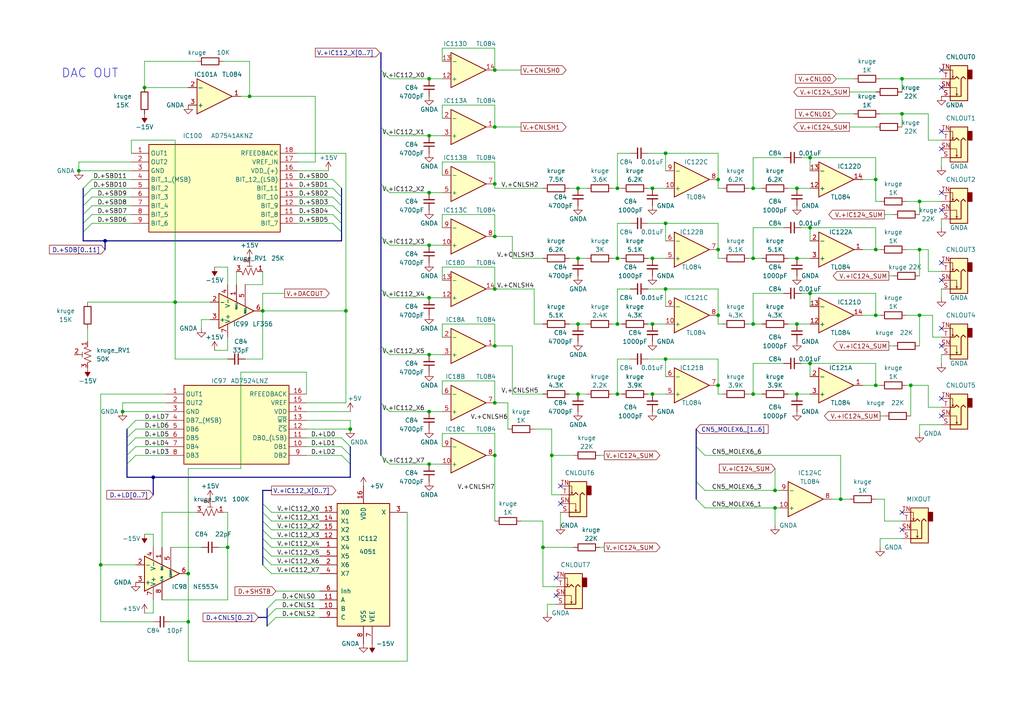
<source format=kicad_sch>
(kicad_sch (version 20230121) (generator eeschema)
  (paper "A4")
  (junction (at 44.45 138.43))
  (junction (at 124.46 86.36))
  (junction (at 254 111.76))
  (junction (at 224.79 147.32))
  (junction (at 124.46 119.38))
  (junction (at 208.28 52.07))
  (junction (at 231.14 93.98))
  (junction (at 193.04 64.77))
  (junction (at 264.16 111.76))
  (junction (at 124.46 55.88))
  (junction (at 179.07 93.98))
  (junction (at 167.64 54.61))
  (junction (at 167.64 74.93))
  (junction (at 218.44 74.93))
  (junction (at 189.23 114.3))
  (junction (at 218.44 93.98))
  (junction (at 143.51 53.34))
  (junction (at 76.2 90.17))
  (junction (at 157.48 158.75))
  (junction (at 179.07 74.93))
  (junction (at 208.28 91.44))
  (junction (at 243.84 144.78))
  (junction (at 143.51 20.32))
  (junction (at 72.39 27.94))
  (junction (at 189.23 93.98))
  (junction (at 261.62 22.86))
  (junction (at 218.44 54.61))
  (junction (at 22.86 49.53))
  (junction (at 54.61 180.34))
  (junction (at 193.04 44.45))
  (junction (at 50.8 87.63))
  (junction (at 234.95 45.72))
  (junction (at 193.04 104.14))
  (junction (at 143.51 83.82))
  (junction (at 189.23 74.93))
  (junction (at 193.04 83.82))
  (junction (at 29.21 163.83))
  (junction (at 143.51 132.08))
  (junction (at 234.95 105.41))
  (junction (at 66.04 158.75))
  (junction (at 208.28 72.39))
  (junction (at 231.14 54.61))
  (junction (at 208.28 111.76))
  (junction (at 143.51 36.83))
  (junction (at 234.95 66.04))
  (junction (at 54.61 166.37))
  (junction (at 266.7 72.39))
  (junction (at 124.46 22.86))
  (junction (at 234.95 85.09))
  (junction (at 266.7 91.44))
  (junction (at 35.56 119.38))
  (junction (at 231.14 114.3))
  (junction (at 124.46 71.12))
  (junction (at 124.46 134.62))
  (junction (at 167.64 114.3))
  (junction (at 160.02 132.08))
  (junction (at 143.51 68.58))
  (junction (at 254 72.39))
  (junction (at 30.48 69.85))
  (junction (at 124.46 39.37))
  (junction (at 266.7 58.42))
  (junction (at 254 91.44))
  (junction (at 218.44 114.3))
  (junction (at 179.07 114.3))
  (junction (at 254 52.07))
  (junction (at 100.33 90.17))
  (junction (at 124.46 102.87))
  (junction (at 41.91 25.4))
  (junction (at 261.62 33.02))
  (junction (at 231.14 74.93))
  (junction (at 143.51 116.84))
  (junction (at 143.51 100.33))
  (junction (at 179.07 54.61))
  (junction (at 167.64 93.98))
  (junction (at 224.79 142.24))
  (junction (at 189.23 54.61))
  (junction (at 101.6 124.46))
  (no_connect (at 273.05 115.57))
  (no_connect (at 273.05 100.33))
  (no_connect (at 261.62 148.59))
  (no_connect (at 273.05 25.4))
  (no_connect (at 161.29 167.64))
  (no_connect (at 273.05 20.32))
  (no_connect (at 273.05 95.25))
  (no_connect (at 161.29 172.72))
  (no_connect (at 273.05 38.1))
  (no_connect (at 273.05 120.65))
  (no_connect (at 162.56 140.97))
  (no_connect (at 273.05 76.2))
  (no_connect (at 273.05 55.88))
  (no_connect (at 273.05 60.96))
  (no_connect (at 273.05 43.18))
  (no_connect (at 162.56 146.05))
  (no_connect (at 261.62 153.67))
  (no_connect (at 273.05 81.28))
  (bus_entry (at 96.52 57.15) (size 2.54 2.54))
  (bus_entry (at 113.03 55.88) (size -2.54 -2.54))
  (bus_entry (at 78.74 163.83) (size -2.54 -2.54))
  (bus_entry (at 204.47 147.32) (size -2.54 -2.54))
  (bus_entry (at 39.37 132.08) (size -2.54 2.54))
  (bus_entry (at 78.74 151.13) (size -2.54 -2.54))
  (bus_entry (at 78.74 166.37) (size -2.54 -2.54))
  (bus_entry (at 78.74 158.75) (size -2.54 -2.54))
  (bus_entry (at 113.03 119.38) (size -2.54 -2.54))
  (bus_entry (at 39.37 127) (size -2.54 2.54))
  (bus_entry (at 96.52 59.69) (size 2.54 2.54))
  (bus_entry (at 96.52 62.23) (size 2.54 2.54))
  (bus_entry (at 113.03 134.62) (size -2.54 -2.54))
  (bus_entry (at 113.03 39.37) (size -2.54 -2.54))
  (bus_entry (at 39.37 124.46) (size -2.54 2.54))
  (bus_entry (at 80.01 179.07) (size -2.54 2.54))
  (bus_entry (at 39.37 121.92) (size -2.54 2.54))
  (bus_entry (at 78.74 148.59) (size -2.54 -2.54))
  (bus_entry (at 26.67 62.23) (size -2.54 2.54))
  (bus_entry (at 113.03 22.86) (size -2.54 -2.54))
  (bus_entry (at 26.67 57.15) (size -2.54 2.54))
  (bus_entry (at 80.01 173.99) (size -2.54 2.54))
  (bus_entry (at 113.03 86.36) (size -2.54 -2.54))
  (bus_entry (at 99.06 132.08) (size 2.54 2.54))
  (bus_entry (at 78.74 156.21) (size -2.54 -2.54))
  (bus_entry (at 26.67 64.77) (size -2.54 2.54))
  (bus_entry (at 78.74 153.67) (size -2.54 -2.54))
  (bus_entry (at 113.03 102.87) (size -2.54 -2.54))
  (bus_entry (at 204.47 142.24) (size -2.54 -2.54))
  (bus_entry (at 80.01 176.53) (size -2.54 2.54))
  (bus_entry (at 26.67 59.69) (size -2.54 2.54))
  (bus_entry (at 96.52 64.77) (size 2.54 2.54))
  (bus_entry (at 99.06 127) (size 2.54 2.54))
  (bus_entry (at 26.67 54.61) (size -2.54 2.54))
  (bus_entry (at 78.74 161.29) (size -2.54 -2.54))
  (bus_entry (at 26.67 52.07) (size -2.54 2.54))
  (bus_entry (at 204.47 132.08) (size -2.54 -2.54))
  (bus_entry (at 39.37 129.54) (size -2.54 2.54))
  (bus_entry (at 113.03 71.12) (size -2.54 -2.54))
  (bus_entry (at 96.52 52.07) (size 2.54 2.54))
  (bus_entry (at 96.52 54.61) (size 2.54 2.54))
  (bus_entry (at 99.06 129.54) (size 2.54 2.54))
  (wire (pts (xy 266.7 72.39) (xy 266.7 80.01)))
  (wire (pts (xy 217.17 74.93) (xy 218.44 74.93)))
  (wire (pts (xy 72.39 27.94) (xy 69.85 27.94)))
  (wire (pts (xy 80.01 179.07) (xy 92.71 179.07)))
  (wire (pts (xy 165.1 93.98) (xy 167.64 93.98)))
  (wire (pts (xy 273.05 45.72) (xy 273.05 48.26)))
  (wire (pts (xy 208.28 64.77) (xy 193.04 64.77)))
  (bus (pts (xy 76.2 146.05) (xy 76.2 148.59)))
  (wire (pts (xy 256.54 120.65) (xy 255.27 120.65)))
  (wire (pts (xy 269.24 40.64) (xy 273.05 40.64)))
  (wire (pts (xy 218.44 66.04) (xy 218.44 74.93)))
  (wire (pts (xy 44.45 180.34) (xy 29.21 180.34)))
  (wire (pts (xy 160.02 132.08) (xy 160.02 143.51)))
  (wire (pts (xy 76.2 78.74) (xy 76.2 82.55)))
  (wire (pts (xy 69.85 107.95) (xy 69.85 135.89)))
  (wire (pts (xy 154.94 83.82) (xy 143.51 83.82)))
  (wire (pts (xy 46.99 148.59) (xy 46.99 158.75)))
  (bus (pts (xy 110.49 15.24) (xy 110.49 20.32)))
  (wire (pts (xy 148.59 74.93) (xy 148.59 68.58)))
  (wire (pts (xy 54.61 166.37) (xy 54.61 180.34)))
  (wire (pts (xy 72.39 17.78) (xy 72.39 27.94)))
  (wire (pts (xy 157.48 151.13) (xy 151.13 151.13)))
  (wire (pts (xy 113.03 22.86) (xy 124.46 22.86)))
  (wire (pts (xy 208.28 91.44) (xy 208.28 93.98)))
  (wire (pts (xy 228.6 93.98) (xy 231.14 93.98)))
  (wire (pts (xy 179.07 114.3) (xy 180.34 114.3)))
  (wire (pts (xy 254 72.39) (xy 255.27 72.39)))
  (wire (pts (xy 204.47 132.08) (xy 243.84 132.08)))
  (wire (pts (xy 234.95 88.9) (xy 234.95 85.09)))
  (wire (pts (xy 243.84 144.78) (xy 243.84 132.08)))
  (wire (pts (xy 208.28 114.3) (xy 209.55 114.3)))
  (wire (pts (xy 208.28 64.77) (xy 208.28 72.39)))
  (wire (pts (xy 247.65 33.02) (xy 242.57 33.02)))
  (wire (pts (xy 165.1 54.61) (xy 167.64 54.61)))
  (bus (pts (xy 110.49 83.82) (xy 110.49 100.33)))
  (wire (pts (xy 57.15 17.78) (xy 41.91 17.78)))
  (wire (pts (xy 179.07 93.98) (xy 180.34 93.98)))
  (wire (pts (xy 179.07 83.82) (xy 179.07 93.98)))
  (bus (pts (xy 99.06 59.69) (xy 99.06 62.23)))
  (wire (pts (xy 264.16 111.76) (xy 264.16 120.65)))
  (wire (pts (xy 262.89 91.44) (xy 266.7 91.44)))
  (wire (pts (xy 26.67 64.77) (xy 38.1 64.77)))
  (wire (pts (xy 86.36 52.07) (xy 96.52 52.07)))
  (wire (pts (xy 48.26 116.84) (xy 35.56 116.84)))
  (wire (pts (xy 50.8 40.64) (xy 38.1 40.64)))
  (wire (pts (xy 218.44 74.93) (xy 220.98 74.93)))
  (wire (pts (xy 143.51 125.73) (xy 128.27 125.73)))
  (wire (pts (xy 234.95 45.72) (xy 254 45.72)))
  (bus (pts (xy 24.13 59.69) (xy 24.13 62.23)))
  (bus (pts (xy 24.13 54.61) (xy 24.13 57.15)))
  (wire (pts (xy 69.85 135.89) (xy 54.61 135.89)))
  (wire (pts (xy 35.56 116.84) (xy 35.56 119.38)))
  (wire (pts (xy 44.45 158.75) (xy 44.45 154.94)))
  (wire (pts (xy 270.51 97.79) (xy 273.05 97.79)))
  (wire (pts (xy 179.07 44.45) (xy 179.07 54.61)))
  (wire (pts (xy 157.48 54.61) (xy 143.51 54.61)))
  (bus (pts (xy 74.93 179.07) (xy 77.47 179.07)))
  (wire (pts (xy 269.24 78.74) (xy 273.05 78.74)))
  (wire (pts (xy 270.51 91.44) (xy 270.51 97.79)))
  (wire (pts (xy 193.04 83.82) (xy 187.96 83.82)))
  (wire (pts (xy 193.04 64.77) (xy 187.96 64.77)))
  (wire (pts (xy 143.51 30.48) (xy 128.27 30.48)))
  (wire (pts (xy 86.36 44.45) (xy 100.33 44.45)))
  (wire (pts (xy 86.36 57.15) (xy 96.52 57.15)))
  (wire (pts (xy 269.24 33.02) (xy 269.24 40.64)))
  (wire (pts (xy 66.04 148.59) (xy 66.04 158.75)))
  (wire (pts (xy 234.95 85.09) (xy 232.41 85.09)))
  (wire (pts (xy 113.03 71.12) (xy 124.46 71.12)))
  (bus (pts (xy 36.83 134.62) (xy 36.83 138.43)))
  (wire (pts (xy 41.91 25.4) (xy 54.61 25.4)))
  (wire (pts (xy 147.32 116.84) (xy 143.51 116.84)))
  (bus (pts (xy 110.49 20.32) (xy 110.49 36.83)))
  (wire (pts (xy 208.28 52.07) (xy 208.28 54.61)))
  (wire (pts (xy 128.27 110.49) (xy 128.27 114.3)))
  (wire (pts (xy 80.01 173.99) (xy 92.71 173.99)))
  (wire (pts (xy 143.51 20.32) (xy 143.51 13.97)))
  (bus (pts (xy 99.06 69.85) (xy 30.48 69.85)))
  (wire (pts (xy 148.59 74.93) (xy 157.48 74.93)))
  (wire (pts (xy 118.11 191.77) (xy 54.61 191.77)))
  (wire (pts (xy 218.44 114.3) (xy 220.98 114.3)))
  (bus (pts (xy 77.47 176.53) (xy 77.47 179.07)))
  (wire (pts (xy 173.99 132.08) (xy 175.26 132.08)))
  (wire (pts (xy 177.8 114.3) (xy 179.07 114.3)))
  (wire (pts (xy 231.14 114.3) (xy 234.95 114.3)))
  (wire (pts (xy 80.01 171.45) (xy 92.71 171.45)))
  (wire (pts (xy 208.28 104.14) (xy 193.04 104.14)))
  (wire (pts (xy 78.74 166.37) (xy 92.71 166.37)))
  (wire (pts (xy 124.46 134.62) (xy 128.27 134.62)))
  (wire (pts (xy 66.04 104.14) (xy 50.8 104.14)))
  (wire (pts (xy 269.24 72.39) (xy 269.24 78.74)))
  (wire (pts (xy 167.64 74.93) (xy 170.18 74.93)))
  (wire (pts (xy 217.17 54.61) (xy 218.44 54.61)))
  (bus (pts (xy 101.6 129.54) (xy 101.6 132.08)))
  (wire (pts (xy 76.2 82.55) (xy 71.12 82.55)))
  (wire (pts (xy 259.08 62.23) (xy 256.54 62.23)))
  (wire (pts (xy 254 105.41) (xy 254 111.76)))
  (wire (pts (xy 165.1 74.93) (xy 167.64 74.93)))
  (wire (pts (xy 193.04 104.14) (xy 187.96 104.14)))
  (bus (pts (xy 77.47 179.07) (xy 77.47 181.61)))
  (wire (pts (xy 266.7 91.44) (xy 270.51 91.44)))
  (wire (pts (xy 78.74 163.83) (xy 92.71 163.83)))
  (wire (pts (xy 95.25 49.53) (xy 86.36 49.53)))
  (wire (pts (xy 143.51 132.08) (xy 143.51 125.73)))
  (wire (pts (xy 269.24 111.76) (xy 264.16 111.76)))
  (wire (pts (xy 88.9 132.08) (xy 99.06 132.08)))
  (wire (pts (xy 234.95 85.09) (xy 254 85.09)))
  (wire (pts (xy 162.56 148.59) (xy 162.56 152.4)))
  (wire (pts (xy 88.9 119.38) (xy 101.6 119.38)))
  (wire (pts (xy 78.74 161.29) (xy 92.71 161.29)))
  (wire (pts (xy 266.7 72.39) (xy 269.24 72.39)))
  (wire (pts (xy 143.51 13.97) (xy 128.27 13.97)))
  (wire (pts (xy 128.27 13.97) (xy 128.27 17.78)))
  (wire (pts (xy 143.51 46.99) (xy 128.27 46.99)))
  (wire (pts (xy 41.91 17.78) (xy 41.91 25.4)))
  (wire (pts (xy 29.21 180.34) (xy 29.21 163.83)))
  (wire (pts (xy 143.51 83.82) (xy 143.51 77.47)))
  (wire (pts (xy 234.95 66.04) (xy 254 66.04)))
  (wire (pts (xy 208.28 74.93) (xy 209.55 74.93)))
  (wire (pts (xy 54.61 180.34) (xy 49.53 180.34)))
  (wire (pts (xy 66.04 77.47) (xy 62.23 77.47)))
  (wire (pts (xy 128.27 125.73) (xy 128.27 129.54)))
  (wire (pts (xy 143.51 110.49) (xy 128.27 110.49)))
  (wire (pts (xy 228.6 114.3) (xy 231.14 114.3)))
  (wire (pts (xy 48.26 114.3) (xy 29.21 114.3)))
  (wire (pts (xy 266.7 91.44) (xy 266.7 100.33)))
  (bus (pts (xy 36.83 127) (xy 36.83 129.54)))
  (wire (pts (xy 179.07 64.77) (xy 179.07 74.93)))
  (wire (pts (xy 217.17 93.98) (xy 218.44 93.98)))
  (wire (pts (xy 86.36 54.61) (xy 96.52 54.61)))
  (wire (pts (xy 243.84 144.78) (xy 241.3 144.78)))
  (wire (pts (xy 64.77 17.78) (xy 72.39 17.78)))
  (wire (pts (xy 26.67 54.61) (xy 38.1 54.61)))
  (wire (pts (xy 228.6 74.93) (xy 231.14 74.93)))
  (wire (pts (xy 234.95 66.04) (xy 232.41 66.04)))
  (wire (pts (xy 193.04 44.45) (xy 187.96 44.45)))
  (wire (pts (xy 39.37 129.54) (xy 48.26 129.54)))
  (wire (pts (xy 218.44 93.98) (xy 220.98 93.98)))
  (wire (pts (xy 54.61 180.34) (xy 54.61 191.77)))
  (wire (pts (xy 25.4 87.63) (xy 50.8 87.63)))
  (wire (pts (xy 273.05 63.5) (xy 273.05 66.04)))
  (wire (pts (xy 157.48 158.75) (xy 166.37 158.75)))
  (wire (pts (xy 38.1 40.64) (xy 38.1 44.45)))
  (bus (pts (xy 201.93 139.7) (xy 201.93 144.78)))
  (wire (pts (xy 228.6 54.61) (xy 231.14 54.61)))
  (wire (pts (xy 58.42 95.25) (xy 58.42 92.71)))
  (wire (pts (xy 157.48 151.13) (xy 157.48 158.75)))
  (wire (pts (xy 227.33 45.72) (xy 218.44 45.72)))
  (bus (pts (xy 36.83 132.08) (xy 36.83 134.62)))
  (wire (pts (xy 167.64 93.98) (xy 170.18 93.98)))
  (bus (pts (xy 24.13 62.23) (xy 24.13 64.77)))
  (wire (pts (xy 208.28 91.44) (xy 208.28 83.82)))
  (wire (pts (xy 208.28 54.61) (xy 209.55 54.61)))
  (wire (pts (xy 124.46 119.38) (xy 128.27 119.38)))
  (wire (pts (xy 143.51 54.61) (xy 143.51 53.34)))
  (wire (pts (xy 91.44 27.94) (xy 91.44 46.99)))
  (wire (pts (xy 143.51 53.34) (xy 143.51 46.99)))
  (wire (pts (xy 179.07 104.14) (xy 179.07 114.3)))
  (wire (pts (xy 88.9 127) (xy 99.06 127)))
  (wire (pts (xy 39.37 132.08) (xy 48.26 132.08)))
  (wire (pts (xy 78.74 156.21) (xy 92.71 156.21)))
  (wire (pts (xy 256.54 144.78) (xy 254 144.78)))
  (wire (pts (xy 80.01 176.53) (xy 92.71 176.53)))
  (bus (pts (xy 44.45 138.43) (xy 44.45 143.51)))
  (wire (pts (xy 255.27 156.21) (xy 255.27 158.75)))
  (wire (pts (xy 128.27 30.48) (xy 128.27 34.29)))
  (wire (pts (xy 208.28 111.76) (xy 208.28 114.3)))
  (wire (pts (xy 227.33 85.09) (xy 218.44 85.09)))
  (wire (pts (xy 182.88 104.14) (xy 179.07 104.14)))
  (wire (pts (xy 182.88 83.82) (xy 179.07 83.82)))
  (wire (pts (xy 167.64 54.61) (xy 170.18 54.61)))
  (bus (pts (xy 76.2 153.67) (xy 76.2 156.21)))
  (wire (pts (xy 26.67 59.69) (xy 38.1 59.69)))
  (bus (pts (xy 99.06 62.23) (xy 99.06 64.77)))
  (wire (pts (xy 88.9 129.54) (xy 99.06 129.54)))
  (bus (pts (xy 110.49 68.58) (xy 110.49 83.82)))
  (wire (pts (xy 148.59 100.33) (xy 143.51 100.33)))
  (wire (pts (xy 22.86 49.53) (xy 38.1 49.53)))
  (wire (pts (xy 254 66.04) (xy 254 72.39)))
  (wire (pts (xy 124.46 86.36) (xy 128.27 86.36)))
  (wire (pts (xy 35.56 119.38) (xy 48.26 119.38)))
  (wire (pts (xy 88.9 124.46) (xy 101.6 124.46)))
  (wire (pts (xy 217.17 114.3) (xy 218.44 114.3)))
  (wire (pts (xy 50.8 87.63) (xy 60.96 87.63)))
  (wire (pts (xy 143.51 20.32) (xy 151.13 20.32)))
  (wire (pts (xy 250.19 72.39) (xy 254 72.39)))
  (wire (pts (xy 101.6 121.92) (xy 101.6 124.46)))
  (wire (pts (xy 86.36 64.77) (xy 96.52 64.77)))
  (wire (pts (xy 39.37 124.46) (xy 48.26 124.46)))
  (wire (pts (xy 66.04 101.6) (xy 66.04 97.79)))
  (bus (pts (xy 101.6 134.62) (xy 101.6 138.43)))
  (wire (pts (xy 208.28 104.14) (xy 208.28 111.76)))
  (wire (pts (xy 44.45 177.8) (xy 41.91 177.8)))
  (wire (pts (xy 124.46 22.86) (xy 128.27 22.86)))
  (wire (pts (xy 266.7 58.42) (xy 273.05 58.42)))
  (wire (pts (xy 261.62 33.02) (xy 269.24 33.02)))
  (wire (pts (xy 160.02 124.46) (xy 160.02 132.08)))
  (wire (pts (xy 261.62 33.02) (xy 261.62 36.83)))
  (bus (pts (xy 44.45 138.43) (xy 101.6 138.43)))
  (wire (pts (xy 143.51 93.98) (xy 128.27 93.98)))
  (wire (pts (xy 254 58.42) (xy 255.27 58.42)))
  (wire (pts (xy 255.27 33.02) (xy 261.62 33.02)))
  (wire (pts (xy 218.44 85.09) (xy 218.44 93.98)))
  (wire (pts (xy 143.51 36.83) (xy 143.51 30.48)))
  (wire (pts (xy 143.51 77.47) (xy 128.27 77.47)))
  (bus (pts (xy 110.49 116.84) (xy 110.49 132.08)))
  (wire (pts (xy 208.28 44.45) (xy 193.04 44.45)))
  (wire (pts (xy 26.67 62.23) (xy 38.1 62.23)))
  (wire (pts (xy 124.46 102.87) (xy 128.27 102.87)))
  (wire (pts (xy 76.2 85.09) (xy 82.55 85.09)))
  (wire (pts (xy 64.77 148.59) (xy 66.04 148.59)))
  (wire (pts (xy 72.39 27.94) (xy 91.44 27.94)))
  (wire (pts (xy 256.54 144.78) (xy 256.54 151.13)))
  (bus (pts (xy 24.13 57.15) (xy 24.13 59.69)))
  (wire (pts (xy 91.44 46.99) (xy 86.36 46.99)))
  (wire (pts (xy 179.07 74.93) (xy 180.34 74.93)))
  (wire (pts (xy 157.48 170.18) (xy 161.29 170.18)))
  (wire (pts (xy 44.45 154.94) (xy 41.91 154.94)))
  (wire (pts (xy 177.8 93.98) (xy 179.07 93.98)))
  (wire (pts (xy 254 45.72) (xy 254 52.07)))
  (wire (pts (xy 250.19 91.44) (xy 254 91.44)))
  (wire (pts (xy 165.1 114.3) (xy 167.64 114.3)))
  (wire (pts (xy 100.33 90.17) (xy 100.33 116.84)))
  (wire (pts (xy 88.9 107.95) (xy 88.9 114.3)))
  (bus (pts (xy 201.93 129.54) (xy 201.93 139.7)))
  (wire (pts (xy 88.9 107.95) (xy 69.85 107.95)))
  (bus (pts (xy 24.13 64.77) (xy 24.13 67.31)))
  (wire (pts (xy 124.46 55.88) (xy 128.27 55.88)))
  (bus (pts (xy 99.06 54.61) (xy 99.06 57.15)))
  (wire (pts (xy 57.15 148.59) (xy 46.99 148.59)))
  (wire (pts (xy 193.04 69.85) (xy 193.04 64.77)))
  (wire (pts (xy 88.9 121.92) (xy 101.6 121.92)))
  (wire (pts (xy 66.04 158.75) (xy 63.5 158.75)))
  (wire (pts (xy 78.74 148.59) (xy 92.71 148.59)))
  (wire (pts (xy 218.44 54.61) (xy 220.98 54.61)))
  (wire (pts (xy 86.36 62.23) (xy 96.52 62.23)))
  (bus (pts (xy 76.2 142.24) (xy 76.2 146.05)))
  (wire (pts (xy 50.8 87.63) (xy 50.8 40.64)))
  (wire (pts (xy 154.94 93.98) (xy 154.94 83.82)))
  (wire (pts (xy 50.8 104.14) (xy 50.8 87.63)))
  (bus (pts (xy 99.06 57.15) (xy 99.06 59.69)))
  (wire (pts (xy 189.23 93.98) (xy 193.04 93.98)))
  (wire (pts (xy 58.42 92.71) (xy 60.96 92.71)))
  (wire (pts (xy 254 26.67) (xy 246.38 26.67)))
  (wire (pts (xy 46.99 173.99) (xy 66.04 173.99)))
  (wire (pts (xy 254 36.83) (xy 246.38 36.83)))
  (wire (pts (xy 100.33 116.84) (xy 88.9 116.84)))
  (wire (pts (xy 254 91.44) (xy 255.27 91.44)))
  (wire (pts (xy 147.32 124.46) (xy 147.32 116.84)))
  (wire (pts (xy 39.37 127) (xy 48.26 127)))
  (wire (pts (xy 254 85.09) (xy 254 91.44)))
  (wire (pts (xy 189.23 74.93) (xy 193.04 74.93)))
  (wire (pts (xy 193.04 109.22) (xy 193.04 104.14)))
  (wire (pts (xy 273.05 102.87) (xy 273.05 105.41)))
  (wire (pts (xy 256.54 151.13) (xy 261.62 151.13)))
  (wire (pts (xy 76.2 90.17) (xy 76.2 104.14)))
  (wire (pts (xy 78.74 158.75) (xy 92.71 158.75)))
  (wire (pts (xy 193.04 49.53) (xy 193.04 44.45)))
  (wire (pts (xy 148.59 68.58) (xy 143.51 68.58)))
  (wire (pts (xy 157.48 93.98) (xy 154.94 93.98)))
  (wire (pts (xy 247.65 22.86) (xy 242.57 22.86)))
  (wire (pts (xy 26.67 57.15) (xy 38.1 57.15)))
  (wire (pts (xy 78.74 153.67) (xy 92.71 153.67)))
  (wire (pts (xy 254 111.76) (xy 255.27 111.76)))
  (wire (pts (xy 22.86 46.99) (xy 22.86 49.53)))
  (bus (pts (xy 99.06 67.31) (xy 99.06 69.85)))
  (wire (pts (xy 76.2 90.17) (xy 100.33 90.17)))
  (wire (pts (xy 128.27 62.23) (xy 128.27 66.04)))
  (wire (pts (xy 128.27 93.98) (xy 128.27 97.79)))
  (bus (pts (xy 30.48 69.85) (xy 30.48 72.39)))
  (wire (pts (xy 167.64 114.3) (xy 170.18 114.3)))
  (wire (pts (xy 143.51 36.83) (xy 151.13 36.83)))
  (wire (pts (xy 187.96 74.93) (xy 189.23 74.93)))
  (wire (pts (xy 49.53 158.75) (xy 58.42 158.75)))
  (wire (pts (xy 224.79 142.24) (xy 226.06 142.24)))
  (wire (pts (xy 255.27 22.86) (xy 261.62 22.86)))
  (wire (pts (xy 166.37 132.08) (xy 160.02 132.08)))
  (wire (pts (xy 113.03 119.38) (xy 124.46 119.38)))
  (bus (pts (xy 76.2 151.13) (xy 76.2 153.67)))
  (wire (pts (xy 182.88 64.77) (xy 179.07 64.77)))
  (bus (pts (xy 76.2 161.29) (xy 76.2 163.83)))
  (wire (pts (xy 264.16 111.76) (xy 262.89 111.76)))
  (wire (pts (xy 227.33 105.41) (xy 218.44 105.41)))
  (wire (pts (xy 177.8 54.61) (xy 179.07 54.61)))
  (wire (pts (xy 76.2 90.17) (xy 76.2 85.09)))
  (wire (pts (xy 269.24 111.76) (xy 269.24 118.11)))
  (wire (pts (xy 124.46 39.37) (xy 128.27 39.37)))
  (wire (pts (xy 26.67 52.07) (xy 38.1 52.07)))
  (bus (pts (xy 99.06 64.77) (xy 99.06 67.31)))
  (wire (pts (xy 208.28 93.98) (xy 209.55 93.98)))
  (wire (pts (xy 227.33 66.04) (xy 218.44 66.04)))
  (wire (pts (xy 100.33 44.45) (xy 100.33 90.17)))
  (wire (pts (xy 158.75 175.26) (xy 161.29 175.26)))
  (wire (pts (xy 182.88 44.45) (xy 179.07 44.45)))
  (wire (pts (xy 66.04 82.55) (xy 66.04 77.47)))
  (bus (pts (xy 78.74 142.24) (xy 76.2 142.24)))
  (wire (pts (xy 234.95 69.85) (xy 234.95 66.04)))
  (wire (pts (xy 113.03 102.87) (xy 124.46 102.87)))
  (wire (pts (xy 128.27 46.99) (xy 128.27 50.8)))
  (wire (pts (xy 231.14 93.98) (xy 234.95 93.98)))
  (wire (pts (xy 218.44 45.72) (xy 218.44 54.61)))
  (wire (pts (xy 224.79 135.89) (xy 224.79 142.24)))
  (wire (pts (xy 187.96 93.98) (xy 189.23 93.98)))
  (wire (pts (xy 78.74 151.13) (xy 92.71 151.13)))
  (bus (pts (xy 110.49 100.33) (xy 110.49 116.84)))
  (wire (pts (xy 259.08 100.33) (xy 257.81 100.33)))
  (wire (pts (xy 173.99 158.75) (xy 175.26 158.75)))
  (bus (pts (xy 44.45 138.43) (xy 36.83 138.43)))
  (bus (pts (xy 101.6 132.08) (xy 101.6 134.62)))
  (wire (pts (xy 54.61 135.89) (xy 54.61 166.37)))
  (bus (pts (xy 76.2 158.75) (xy 76.2 161.29)))
  (wire (pts (xy 266.7 58.42) (xy 266.7 62.23)))
  (wire (pts (xy 208.28 72.39) (xy 208.28 74.93)))
  (wire (pts (xy 86.36 59.69) (xy 96.52 59.69)))
  (wire (pts (xy 234.95 45.72) (xy 232.41 45.72)))
  (wire (pts (xy 128.27 77.47) (xy 128.27 81.28)))
  (wire (pts (xy 208.28 52.07) (xy 208.28 44.45)))
  (wire (pts (xy 261.62 22.86) (xy 261.62 26.67)))
  (wire (pts (xy 189.23 114.3) (xy 193.04 114.3)))
  (wire (pts (xy 157.48 158.75) (xy 157.48 170.18)))
  (wire (pts (xy 177.8 74.93) (xy 179.07 74.93)))
  (wire (pts (xy 234.95 105.41) (xy 232.41 105.41)))
  (wire (pts (xy 160.02 124.46) (xy 154.94 124.46)))
  (wire (pts (xy 234.95 49.53) (xy 234.95 45.72)))
  (wire (pts (xy 68.58 78.74) (xy 68.58 82.55)))
  (wire (pts (xy 38.1 46.99) (xy 22.86 46.99)))
  (wire (pts (xy 246.38 144.78) (xy 243.84 144.78)))
  (wire (pts (xy 124.46 71.12) (xy 128.27 71.12)))
  (wire (pts (xy 29.21 163.83) (xy 39.37 163.83)))
  (wire (pts (xy 66.04 173.99) (xy 66.04 158.75)))
  (wire (pts (xy 231.14 54.61) (xy 234.95 54.61)))
  (wire (pts (xy 273.05 83.82) (xy 273.05 86.36)))
  (wire (pts (xy 143.51 151.13) (xy 143.51 132.08)))
  (wire (pts (xy 113.03 55.88) (xy 124.46 55.88)))
  (wire (pts (xy 224.79 147.32) (xy 226.06 147.32)))
  (wire (pts (xy 193.04 88.9) (xy 193.04 83.82)))
  (wire (pts (xy 250.19 52.07) (xy 254 52.07)))
  (wire (pts (xy 179.07 54.61) (xy 180.34 54.61)))
  (wire (pts (xy 262.89 58.42) (xy 266.7 58.42)))
  (bus (pts (xy 30.48 69.85) (xy 24.13 69.85)))
  (wire (pts (xy 148.59 114.3) (xy 157.48 114.3)))
  (bus (pts (xy 76.2 156.21) (xy 76.2 158.75)))
  (bus (pts (xy 24.13 67.31) (xy 24.13 69.85)))
  (wire (pts (xy 204.47 142.24) (xy 224.79 142.24)))
  (wire (pts (xy 44.45 173.99) (xy 44.45 177.8)))
  (wire (pts (xy 118.11 148.59) (xy 118.11 191.77)))
  (wire (pts (xy 255.27 156.21) (xy 261.62 156.21)))
  (wire (pts (xy 250.19 111.76) (xy 254 111.76)))
  (wire (pts (xy 231.14 74.93) (xy 234.95 74.93)))
  (wire (pts (xy 262.89 72.39) (xy 266.7 72.39)))
  (wire (pts (xy 269.24 118.11) (xy 273.05 118.11)))
  (bus (pts (xy 36.83 129.54) (xy 36.83 132.08)))
  (wire (pts (xy 39.37 121.92) (xy 48.26 121.92)))
  (bus (pts (xy 110.49 36.83) (xy 110.49 53.34)))
  (wire (pts (xy 143.51 62.23) (xy 143.51 68.58)))
  (wire (pts (xy 29.21 114.3) (xy 29.21 163.83)))
  (wire (pts (xy 204.47 147.32) (xy 224.79 147.32)))
  (wire (pts (xy 234.95 105.41) (xy 254 105.41)))
  (wire (pts (xy 266.7 123.19) (xy 266.7 125.73)))
  (wire (pts (xy 143.51 62.23) (xy 128.27 62.23)))
  (wire (pts (xy 208.28 83.82) (xy 193.04 83.82)))
  (wire (pts (xy 187.96 54.61) (xy 189.23 54.61)))
  (wire (pts (xy 143.51 100.33) (xy 143.51 93.98)))
  (wire (pts (xy 189.23 54.61) (xy 193.04 54.61)))
  (wire (pts (xy 158.75 175.26) (xy 158.75 177.8)))
  (bus (pts (xy 201.93 124.46) (xy 201.93 129.54)))
  (bus (pts (xy 110.49 53.34) (xy 110.49 68.58)))
  (wire (pts (xy 266.7 123.19) (xy 273.05 123.19)))
  (wire (pts (xy 259.08 80.01) (xy 257.81 80.01)))
  (bus (pts (xy 36.83 124.46) (xy 36.83 127)))
  (wire (pts (xy 62.23 101.6) (xy 66.04 101.6)))
  (wire (pts (xy 113.03 134.62) (xy 124.46 134.62)))
  (wire (pts (xy 254 58.42) (xy 254 52.07)))
  (wire (pts (xy 113.03 39.37) (xy 124.46 39.37)))
  (wire (pts (xy 25.4 95.25) (xy 25.4 99.06)))
  (wire (pts (xy 160.02 143.51) (xy 162.56 143.51)))
  (wire (pts (xy 224.79 152.4) (xy 224.79 147.32)))
  (wire (pts (xy 261.62 22.86) (xy 273.05 22.86)))
  (wire (pts (xy 218.44 105.41) (xy 218.44 114.3)))
  (bus (pts (xy 76.2 148.59) (xy 76.2 151.13)))
  (wire (pts (xy 113.03 86.36) (xy 124.46 86.36)))
  (wire (pts (xy 187.96 114.3) (xy 189.23 114.3)))
  (wire (pts (xy 143.51 116.84) (xy 143.51 110.49)))
  (wire (pts (xy 234.95 109.22) (xy 234.95 105.41)))
  (wire (pts (xy 76.2 104.14) (xy 71.12 104.14)))
  (wire (pts (xy 148.59 114.3) (xy 148.59 100.33)))
  (text "DAC OUT" (at 17.78 22.86 0) (effects (font (size 2.54 2.54)) (justify left bottom)))
  (label "D.+SBD7" (at 36.83 62.23 180))
  (label "D.+SBD2" (at 95.25 57.15 180))
  (label "D.+LD7" (at 41.91 121.92 0))
  (label "CN5_MOLEX6_3" (at 220.98 142.24 180))
  (label "V.+IC112_X5" (at 123.19 102.87 180))
  (label "D.+SBD5" (at 95.25 64.77 180))
  (label "D.+SBD4" (at 95.25 62.23 180))
  (label "D.+LD6" (at 41.91 124.46 0))
  (label "D.+SBD10" (at 36.83 54.61 180))
  (label "D.+LD1" (at 90.17 129.54 0))
  (label "V.+IC112_X7" (at 123.19 134.62 180))
  (label "V.+IC112_X3" (at 92.71 156.21 180))
  (label "V.+IC112_X0" (at 92.71 148.59 180))
  (label "D.+SBD0" (at 95.25 52.07 180))
  (label "D.+SBD9" (at 36.83 57.15 180))
  (label "V.+IC112_X6" (at 92.71 163.83 180))
  (label "D.+LD3" (at 41.91 132.08 0))
  (label "D.+SBD1" (at 95.25 54.61 180))
  (label "D.+LD4" (at 41.91 129.54 0))
  (label "D.+CNLS2" (at 91.44 179.07 180))
  (label "V.+IC112_X4" (at 92.71 158.75 180))
  (label "V.+CNLSH6" (at 147.32 121.92 180))
  (label "D.+CNLS0" (at 91.44 173.99 180))
  (label "D.+SBD3" (at 95.25 59.69 180))
  (label "V.+IC112_X6" (at 123.19 119.38 180))
  (label "D.+SBD6" (at 36.83 64.77 180))
  (label "V.+CNLSH5" (at 156.21 114.3 180))
  (label "CN5_MOLEX6_1" (at 220.98 147.32 180))
  (label "V.+IC112_X1" (at 123.19 39.37 180))
  (label "D.+LD0" (at 90.17 127 0))
  (label "V.+IC112_X2" (at 123.19 55.88 180))
  (label "V.+CNLSH4" (at 154.94 83.82 180))
  (label "V.+IC112_X4" (at 123.19 86.36 180))
  (label "V.+IC112_X5" (at 92.71 161.29 180))
  (label "D.+LD5" (at 41.91 127 0))
  (label "V.+IC112_X3" (at 123.19 71.12 180))
  (label "D.+CNLS1" (at 91.44 176.53 180))
  (label "CN5_MOLEX6_6" (at 220.98 132.08 180))
  (label "V.+CNLSH7" (at 143.51 142.24 180))
  (label "V.+IC112_X7" (at 92.71 166.37 180))
  (label "V.+IC112_X0" (at 123.19 22.86 180))
  (label "D.+SBD8" (at 36.83 59.69 180))
  (label "D.+LD2" (at 90.17 132.08 0))
  (label "D.+SBD11" (at 36.83 52.07 180))
  (label "V.+IC112_X2" (at 92.71 153.67 180))
  (label "V.+CNLSH2" (at 156.21 54.61 180))
  (label "V.+IC112_X1" (at 92.71 151.13 180))
  (label "V.+CNLSH3" (at 154.94 74.93 180))
  (global_label "V.+IC124_SUM" (shape input) (at 224.79 135.89 180) (property "Intersheetrefs" "${INTERSHEET_REFS}" (effects hide)))
  (global_label "V.+IC112_X[0..7]" (shape output) (at 78.74 142.24 0) (property "Intersheetrefs" "${INTERSHEET_REFS}" (effects hide)))
  (global_label "CN5_MOLEX6_[1..6]" (shape input) (at 201.93 124.46 0) (property "Intersheetrefs" "${INTERSHEET_REFS}" (effects hide)))
  (global_label "V.+IC124_SUM" (shape output) (at 246.38 26.67 180) (property "Intersheetrefs" "${INTERSHEET_REFS}" (effects hide)))
  (global_label "V.+CNLO0" (shape input) (at 242.57 22.86 180) (property "Intersheetrefs" "${INTERSHEET_REFS}" (effects hide)))
  (global_label "V.+IC124_SUM" (shape output) (at 246.38 36.83 180) (property "Intersheetrefs" "${INTERSHEET_REFS}" (effects hide)))
  (global_label "V.+IC124_SUM" (shape output) (at 255.27 120.65 180) (property "Intersheetrefs" "${INTERSHEET_REFS}" (effects hide)))
  (global_label "V.+IC124_SUM" (shape output) (at 256.54 62.23 180) (property "Intersheetrefs" "${INTERSHEET_REFS}" (effects hide)))
  (global_label "V.+IC124_SUM" (shape output) (at 175.26 158.75 0) (property "Intersheetrefs" "${INTERSHEET_REFS}" (effects hide)))
  (global_label "V.+DACOUT" (shape output) (at 82.55 85.09 0) (property "Intersheetrefs" "${INTERSHEET_REFS}" (effects hide)))
  (global_label "D.+LD[0..7]" (shape input) (at 44.45 143.51 180) (property "Intersheetrefs" "${INTERSHEET_REFS}" (effects hide)))
  (global_label "V.+CNLO1" (shape input) (at 242.57 33.02 180) (property "Intersheetrefs" "${INTERSHEET_REFS}" (effects hide)))
  (global_label "D.+CNLS[0..2]" (shape input) (at 74.93 179.07 180) (property "Intersheetrefs" "${INTERSHEET_REFS}" (effects hide)))
  (global_label "V.+CNLSH1" (shape output) (at 151.13 36.83 0) (property "Intersheetrefs" "${INTERSHEET_REFS}" (effects hide)))
  (global_label "D.+SDB[0..11]" (shape input) (at 30.48 72.39 180) (property "Intersheetrefs" "${INTERSHEET_REFS}" (effects hide)))
  (global_label "V.+IC124_SUM" (shape output) (at 175.26 132.08 0) (property "Intersheetrefs" "${INTERSHEET_REFS}" (effects hide)))
  (global_label "V.+IC112_X[0..7]" (shape output) (at 91.44 15.24 0) (property "Intersheetrefs" "${INTERSHEET_REFS}" (effects hide)))
  (global_label "V.+IC124_SUM" (shape output) (at 257.81 100.33 180) (property "Intersheetrefs" "${INTERSHEET_REFS}" (effects hide)))
  (global_label "V.+CNLSH0" (shape output) (at 151.13 20.32 0) (property "Intersheetrefs" "${INTERSHEET_REFS}" (effects hide)))
  (global_label "D.+SHSTB" (shape input) (at 80.01 171.45 180) (property "Intersheetrefs" "${INTERSHEET_REFS}" (effects hide)))
  (global_label "V.+IC124_SUM" (shape output) (at 257.81 80.01 180) (property "Intersheetrefs" "${INTERSHEET_REFS}" (effects hide)))
  (symbol (lib_id "power:GNDA") (at 105.41 186.69 0) (unit 1)
    (property "Reference" "#PWR0247" (effects hide))
    (property "Value" "GNDA" (at 101.6 186.69 0))
    (instances (project "emu_sp12" (path "" (reference "#PWR0247") (unit 1)) (path "" (reference "#PWR0264") (unit 1))))
  )
  (symbol (lib_id "Device:R") (at 262.89 100.33 270) (unit 1)
    (property "Reference" "kruge" (at 256.54 96.52 90))
    (property "Value" "22K" (at 262.89 96.52 90))
    (property "Footprint" "Resistor_THT:R_Axial_DIN0204_L3.6mm_D1.6mm_P5.08mm_Horizontal" (effects hide))
    (instances (project "emu_sp12" (path "" (reference "kruge") (unit 1)) (path "" (reference "R59") (unit 1))))
  )
  (symbol (lib_id "Amplifier_Operational:TL084") (at 135.89 100.33 0) (mirror x) (unit 1)
    (property "Reference" "IC18" (at 132.08 92.71 0))
    (property "Value" "TL084" (at 140.97 92.71 0))
    (property "Footprint" "Package_DIP:DIP-14_W7.62mm_LongPads" (effects hide))
    (property "Datasheet" "http://www.ti.com/lit/ds/symlink/tl081.pdf" (effects hide))
  )
  (symbol (lib_id "Device:C_Small") (at 185.42 83.82 270) (unit 1)
    (property "Reference" "C84" (at 181.61 86.36 90))
    (property "Value" "0.01uF" (at 189.23 86.36 90))
    (instances (project "emu_sp12" (path "" (reference "C84") (unit 1)) (path "" (reference "C127") (unit 1))))
  )
  (symbol (lib_id "Device:C_Small") (at 46.99 180.34 270) (unit 1)
    (property "Reference" "C84" (at 44.45 182.88 90))
    (property "Value" "10pF" (at 50.8 182.88 90))
    (instances (project "emu_sp12" (path "" (reference "C84") (unit 1)) (path "" (reference "C82") (unit 1))))
  )
  (symbol (lib_id "power:GNDA") (at 273.05 105.41 0) (unit 1)
    (property "Reference" "#PWR0247" (effects hide))
    (property "Value" "GNDA" (at 278.13 105.41 0))
    (instances (project "emu_sp12" (path "" (reference "#PWR0247") (unit 1)) (path "" (reference "#PWR0290") (unit 1))))
  )
  (symbol (lib_id "Device:C_Small") (at 189.23 57.15 0) (unit 1)
    (property "Reference" "C84" (at 182.88 58.42 0))
    (property "Value" "1000pF" (at 182.88 60.96 0))
    (instances (project "emu_sp12" (path "" (reference "C84") (unit 1)) (path "" (reference "C123") (unit 1))))
  )
  (symbol (lib_id "Device:R") (at 251.46 22.86 270) (unit 1)
    (property "Reference" "kruge" (at 251.46 17.78 90))
    (property "Value" "1K" (at 251.46 20.32 90))
    (property "Footprint" "Resistor_THT:R_Axial_DIN0204_L3.6mm_D1.6mm_P5.08mm_Horizontal" (effects hide))
    (instances (project "emu_sp12" (path "" (reference "kruge") (unit 1)) (path "" (reference "R134") (unit 1))))
  )
  (symbol (lib_id "power:+15V") (at 62.23 101.6 0) (unit 1)
    (property "Reference" "#PWR0236" (effects hide))
    (property "Value" "+15V" (at 62.23 97.79 0))
    (instances (project "emu_sp12" (path "" (reference "#PWR0236") (unit 1)) (path "" (reference "#PWR0249") (unit 1))))
  )
  (symbol (lib_id "Device:R") (at 41.91 29.21 0) (unit 1)
    (property "Reference" "kruge" (at 35.56 27.94 0))
    (property "Value" "15K" (at 35.56 30.48 0))
    (property "Footprint" "Resistor_THT:R_Axial_DIN0204_L3.6mm_D1.6mm_P5.08mm_Horizontal" (effects hide))
    (instances (project "emu_sp12" (path "" (reference "kruge") (unit 1)) (path "" (reference "R52") (unit 1))))
  )
  (symbol (lib_id "Device:C_Small") (at 229.87 45.72 270) (unit 1)
    (property "Reference" "C84" (at 224.79 44.45 90))
    (property "Value" "0.01uF" (at 234.95 44.45 90))
    (instances (project "emu_sp12" (path "" (reference "C84") (unit 1)) (path "" (reference "C141") (unit 1))))
  )
  (symbol (lib_id "Amplifier_Operational:TL084") (at 233.68 144.78 0) (mirror x) (unit 3)
    (property "Reference" "IC124" (at 234.95 137.16 0))
    (property "Value" "TL084" (at 234.95 139.7 0))
    (property "Footprint" "Package_DIP:DIP-14_W7.62mm_LongPads" (effects hide))
    (property "Datasheet" "http://www.ti.com/lit/ds/symlink/tl081.pdf" (effects hide))
  )
  (symbol (lib_id "Device:R") (at 259.08 111.76 270) (unit 1)
    (property "Reference" "kruge" (at 259.08 106.68 90))
    (property "Value" "1K" (at 259.08 109.22 90))
    (property "Footprint" "Resistor_THT:R_Axial_DIN0204_L3.6mm_D1.6mm_P5.08mm_Horizontal" (effects hide))
    (instances (project "emu_sp12" (path "" (reference "kruge") (unit 1)) (path "" (reference "R128") (unit 1))))
  )
  (symbol (lib_id "Device:C_Small") (at 167.64 77.47 0) (unit 1)
    (property "Reference" "C84" (at 162.56 77.47 0))
    (property "Value" "4700pF" (at 162.56 80.01 0))
    (instances (project "emu_sp12" (path "" (reference "C84") (unit 1)) (path "" (reference "C114") (unit 1))))
  )
  (symbol (lib_id "Connector_Audio:NMJ4HFD3") (at 278.13 58.42 180) (unit 1)
    (property "Reference" "CNLOUT2" (at 274.32 52.07 0) (effects (justify right)))
    (property "Value" "NMJ4HFD3" (effects hide))
    (property "Footprint" "Connector_Audio:Jack_XLR_Neutrik_NC3MAMH-PH_Horizontal" (effects hide))
    (property "Datasheet" "https://www.neutrik.com/en/product/nmj4hfd3" (effects hide))
  )
  (symbol (lib_id "Device:R") (at 251.46 33.02 270) (unit 1)
    (property "Reference" "kruge" (at 251.46 27.94 90))
    (property "Value" "1K" (at 251.46 30.48 90))
    (property "Footprint" "Resistor_THT:R_Axial_DIN0204_L3.6mm_D1.6mm_P5.08mm_Horizontal" (effects hide))
    (instances (project "emu_sp12" (path "" (reference "kruge") (unit 1)) (path "" (reference "R133") (unit 1))))
  )
  (symbol (lib_id "Device:C_Small") (at 167.64 57.15 0) (unit 1)
    (property "Reference" "C84" (at 162.56 57.15 0))
    (property "Value" "4700pF" (at 162.56 59.69 0))
    (instances (project "emu_sp12" (path "" (reference "C84") (unit 1)) (path "" (reference "C115") (unit 1))))
  )
  (symbol (lib_id "power:GNDA") (at 273.05 27.94 0) (unit 1)
    (property "Reference" "#PWR0247" (effects hide))
    (property "Value" "GNDA" (at 276.86 30.48 0))
    (instances (project "emu_sp12" (path "" (reference "#PWR0247") (unit 1)) (path "" (reference "#PWR0286") (unit 1))))
  )
  (symbol (lib_id "Device:R") (at 259.08 58.42 270) (unit 1)
    (property "Reference" "kruge" (at 259.08 53.34 90))
    (property "Value" "1K" (at 259.08 55.88 90))
    (property "Footprint" "Resistor_THT:R_Axial_DIN0204_L3.6mm_D1.6mm_P5.08mm_Horizontal" (effects hide))
    (instances (project "emu_sp12" (path "" (reference "kruge") (unit 1)) (path "" (reference "R131") (unit 1))))
  )
  (symbol (lib_id "Device:C_Small") (at 124.46 73.66 180) (unit 1)
    (property "Reference" "C84" (at 119.38 73.66 0))
    (property "Value" "4700pF" (at 119.38 76.2 0))
    (instances (project "emu_sp12" (path "" (reference "C84") (unit 1)) (path "" (reference "C99") (unit 1))))
  )
  (symbol (lib_id "Amplifier_Operational:TL084") (at 200.66 72.39 0) (mirror x) (unit 2)
    (property "Reference" "IC122" (at 200.66 67.31 0))
    (property "Value" "TL084" (at 200.66 77.47 0))
    (property "Footprint" "Package_DIP:DIP-14_W7.62mm_LongPads" (effects hide))
    (property "Datasheet" "http://www.ti.com/lit/ds/symlink/tl081.pdf" (effects hide))
  )
  (symbol (lib_id "power:GNDA") (at 273.05 86.36 0) (unit 1)
    (property "Reference" "#PWR0247" (effects hide))
    (property "Value" "GNDA" (at 278.13 86.36 0))
    (instances (project "emu_sp12" (path "" (reference "#PWR0247") (unit 1)) (path "" (reference "#PWR0289") (unit 1))))
  )
  (symbol (lib_id "Amplifier_Operational:TL084") (at 135.89 36.83 0) (mirror x) (unit 1)
    (property "Reference" "IC113" (at 132.08 29.21 0))
    (property "Value" "TL084" (at 140.97 29.21 0))
    (property "Footprint" "Package_DIP:DIP-14_W7.62mm_LongPads" (effects hide))
    (property "Datasheet" "http://www.ti.com/lit/ds/symlink/tl081.pdf" (effects hide))
  )
  (symbol (lib_id "power:GNDA") (at 231.14 99.06 0) (unit 1)
    (property "Reference" "#PWR0247" (effects hide))
    (property "Value" "GNDA" (at 234.95 99.06 0))
    (instances (project "emu_sp12" (path "" (reference "#PWR0247") (unit 1)) (path "" (reference "#PWR0284") (unit 1))))
  )
  (symbol (lib_id "Device:R") (at 213.36 74.93 270) (unit 1)
    (property "Reference" "kruge" (at 213.36 69.85 90))
    (property "Value" "5.1K" (at 213.36 72.39 90))
    (property "Footprint" "Resistor_THT:R_Axial_DIN0204_L3.6mm_D1.6mm_P5.08mm_Horizontal" (effects hide))
    (instances (project "emu_sp12" (path "" (reference "kruge") (unit 1)) (path "" (reference "R94") (unit 1))))
  )
  (symbol (lib_id "power:GNDA") (at 124.46 44.45 0) (unit 1)
    (property "Reference" "#PWR0247" (effects hide))
    (property "Value" "GNDA" (at 124.46 48.26 0))
    (instances (project "emu_sp12" (path "" (reference "#PWR0247") (unit 1)) (path "" (reference "#PWR0267") (unit 1))))
  )
  (symbol (lib_id "Device:C_Small") (at 185.42 44.45 270) (unit 1)
    (property "Reference" "C84" (at 181.61 46.99 90))
    (property "Value" "0.01uF" (at 189.23 46.99 90))
    (instances (project "emu_sp12" (path "" (reference "C84") (unit 1)) (path "" (reference "C129") (unit 1))))
  )
  (symbol (lib_id "Device:C_Small") (at 185.42 104.14 270) (unit 1)
    (property "Reference" "C84" (at 181.61 106.68 90))
    (property "Value" "0.01uF" (at 189.23 106.68 90))
    (instances (project "emu_sp12" (path "" (reference "C84") (unit 1)) (path "" (reference "C126") (unit 1))))
  )
  (symbol (lib_id "Amplifier_Operational:TL084") (at 242.57 72.39 0) (mirror x) (unit 1)
    (property "Reference" "IC122" (at 243.84 67.31 0))
    (property "Value" "TL084" (at 243.84 77.47 0))
    (property "Footprint" "Package_DIP:DIP-14_W7.62mm_LongPads" (effects hide))
    (property "Datasheet" "http://www.ti.com/lit/ds/symlink/tl081.pdf" (effects hide))
  )
  (symbol (lib_id "Device:R") (at 170.18 132.08 90) (mirror x) (unit 1)
    (property "Reference" "kruge" (at 170.18 127 90))
    (property "Value" "22K" (at 170.18 129.54 90))
    (property "Footprint" "Resistor_THT:R_Axial_DIN0204_L3.6mm_D1.6mm_P5.08mm_Horizontal" (effects hide))
    (instances (project "emu_sp12" (path "" (reference "kruge") (unit 1)) (path "" (reference "R56") (unit 1))))
  )
  (symbol (lib_id "Device:C_Small") (at 189.23 96.52 0) (unit 1)
    (property "Reference" "C84" (at 184.15 96.52 0))
    (property "Value" "1000pF" (at 184.15 99.06 0))
    (instances (project "emu_sp12" (path "" (reference "C84") (unit 1)) (path "" (reference "C121") (unit 1))))
  )
  (symbol (lib_id "power:-15V") (at 25.4 106.68 0) (mirror x) (unit 1)
    (property "Reference" "#PWR0237" (effects hide))
    (property "Value" "-15V" (at 25.4 110.49 0))
    (instances (project "emu_sp12" (path "" (reference "#PWR0237") (unit 1)) (path "" (reference "#PWR0255") (unit 1))))
  )
  (symbol (lib_id "Device:R") (at 250.19 144.78 270) (unit 1)
    (property "Reference" "kruge" (at 250.19 139.7 90))
    (property "Value" "1K" (at 250.19 142.24 90))
    (property "Footprint" "Resistor_THT:R_Axial_DIN0204_L3.6mm_D1.6mm_P5.08mm_Horizontal" (effects hide))
    (instances (project "emu_sp12" (path "" (reference "kruge") (unit 1)) (path "" (reference "R68") (unit 1))))
  )
  (symbol (lib_id "Device:R") (at 151.13 124.46 270) (unit 1)
    (property "Reference" "kruge" (at 151.13 119.38 90))
    (property "Value" "1K" (at 151.13 121.92 90))
    (property "Footprint" "Resistor_THT:R_Axial_DIN0204_L3.6mm_D1.6mm_P5.08mm_Horizontal" (effects hide))
    (instances (project "emu_sp12" (path "" (reference "kruge") (unit 1)) (path "" (reference "R76") (unit 1))))
  )
  (symbol (lib_id "Device:C_Small") (at 229.87 85.09 270) (unit 1)
    (property "Reference" "C84" (at 224.79 83.82 90))
    (property "Value" "0.01uF" (at 234.95 83.82 90))
    (instances (project "emu_sp12" (path "" (reference "C84") (unit 1)) (path "" (reference "C139") (unit 1))))
  )
  (symbol (lib_id "Device:R") (at 161.29 114.3 270) (unit 1)
    (property "Reference" "kruge" (at 161.29 109.22 90))
    (property "Value" "4.3K" (at 161.29 111.76 90))
    (property "Footprint" "Resistor_THT:R_Axial_DIN0204_L3.6mm_D1.6mm_P5.08mm_Horizontal" (effects hide))
    (instances (project "emu_sp12" (path "" (reference "kruge") (unit 1)) (path "" (reference "R78") (unit 1))))
  )
  (symbol (lib_id "power:GNDA") (at 124.46 124.46 0) (unit 1)
    (property "Reference" "#PWR0247" (effects hide))
    (property "Value" "GNDA" (at 124.46 128.27 0))
    (instances (project "emu_sp12" (path "" (reference "#PWR0247") (unit 1)) (path "" (reference "#PWR0272") (unit 1))))
  )
  (symbol (lib_id "Device:C_Small") (at 185.42 64.77 270) (unit 1)
    (property "Reference" "C84" (at 181.61 67.31 90))
    (property "Value" "0.01uF" (at 189.23 67.31 90))
    (instances (project "emu_sp12" (path "" (reference "C84") (unit 1)) (path "" (reference "C128") (unit 1))))
  )
  (symbol (lib_id "Device:C_Small") (at 60.96 158.75 270) (unit 1)
    (property "Reference" "C84" (at 58.42 154.94 90))
    (property "Value" "22pF" (at 64.77 154.94 90))
    (instances (project "emu_sp12" (path "" (reference "C84") (unit 1)) (path "" (reference "kluge") (unit 1))))
  )
  (symbol (lib_id "Device:R") (at 224.79 74.93 270) (unit 1)
    (property "Reference" "kruge" (at 224.79 69.85 90))
    (property "Value" "5.1K" (at 224.79 72.39 90))
    (property "Footprint" "Resistor_THT:R_Axial_DIN0204_L3.6mm_D1.6mm_P5.08mm_Horizontal" (effects hide))
    (instances (project "emu_sp12" (path "" (reference "kruge") (unit 1)) (path "" (reference "R121") (unit 1))))
  )
  (symbol (lib_id "Amplifier_Operational:TL084") (at 200.66 91.44 0) (mirror x) (unit 3)
    (property "Reference" "IC121" (at 201.93 86.36 0))
    (property "Value" "TL084" (at 201.93 96.52 0))
    (property "Footprint" "Package_DIP:DIP-14_W7.62mm_LongPads" (effects hide))
    (property "Datasheet" "http://www.ti.com/lit/ds/symlink/tl081.pdf" (effects hide))
  )
  (symbol (lib_id "Connector_Audio:NMJ4HFD3") (at 266.7 151.13 180) (unit 1)
    (property "Reference" "MIXOUT" (at 262.89 144.78 0) (effects (justify right)))
    (property "Value" "NMJ4HFD3" (effects hide))
    (property "Footprint" "Connector_Audio:Jack_XLR_Neutrik_NC3MAMH-PH_Horizontal" (effects hide))
    (property "Datasheet" "https://www.neutrik.com/en/product/nmj4hfd3" (effects hide))
  )
  (symbol (lib_id "Device:R") (at 262.89 80.01 270) (unit 1)
    (property "Reference" "kruge" (at 260.35 77.47 90))
    (property "Value" "22K" (at 265.43 77.47 90))
    (property "Footprint" "Resistor_THT:R_Axial_DIN0204_L3.6mm_D1.6mm_P5.08mm_Horizontal" (effects hide))
    (instances (project "emu_sp12" (path "" (reference "kruge") (unit 1)) (path "" (reference "R60") (unit 1))))
  )
  (symbol (lib_id "Device:R") (at 262.89 62.23 270) (unit 1)
    (property "Reference" "kruge" (at 269.24 60.96 90))
    (property "Value" "22K" (at 269.24 63.5 90))
    (property "Footprint" "Resistor_THT:R_Axial_DIN0204_L3.6mm_D1.6mm_P5.08mm_Horizontal" (effects hide))
    (instances (project "emu_sp12" (path "" (reference "kruge") (unit 1)) (path "" (reference "R62") (unit 1))))
  )
  (symbol (lib_id "Device:C_Small") (at 231.14 77.47 0) (unit 1)
    (property "Reference" "C84" (at 224.79 77.47 0))
    (property "Value" "1000pF" (at 224.79 80.01 0))
    (instances (project "emu_sp12" (path "" (reference "C84") (unit 1)) (path "" (reference "C134") (unit 1))))
  )
  (symbol (lib_id "power:GNDA") (at 58.42 95.25 0) (unit 1)
    (property "Reference" "#PWR0247" (effects hide))
    (property "Value" "GNDA" (at 54.61 95.25 0))
    (instances (project "emu_sp12" (path "" (reference "#PWR0247") (unit 1)) (path "" (reference "#PWR0252") (unit 1))))
  )
  (symbol (lib_id "Device:R") (at 224.79 114.3 270) (unit 1)
    (property "Reference" "kruge" (at 224.79 109.22 90))
    (property "Value" "3.9K" (at 224.79 111.76 90))
    (property "Footprint" "Resistor_THT:R_Axial_DIN0204_L3.6mm_D1.6mm_P5.08mm_Horizontal" (effects hide))
    (instances (project "emu_sp12" (path "" (reference "kruge") (unit 1)) (path "" (reference "R119") (unit 1))))
  )
  (symbol (lib_id "Amplifier_Operational:LF356") (at 68.58 90.17 0) (mirror x) (unit 1)
    (property "Reference" "IC99" (at 69.85 93.98 0))
    (property "Value" "LF356" (at 76.2 93.98 0))
    (property "Datasheet" "http://www.ti.com/lit/ds/symlink/lf357.pdf" (effects hide))
  )
  (symbol (lib_id "power:GNDA") (at 35.56 119.38 0) (unit 1)
    (property "Reference" "#PWR0247" (effects hide))
    (property "Value" "GNDA" (at 31.75 119.38 0))
    (instances (project "emu_sp12" (path "" (reference "#PWR0247") (unit 1)) (path "" (reference "#PWR0256") (unit 1))))
  )
  (symbol (lib_id "Device:C_Small") (at 124.46 88.9 180) (unit 1)
    (property "Reference" "C84" (at 119.38 88.9 0))
    (property "Value" "4700pF" (at 119.38 91.44 0))
    (instances (project "emu_sp12" (path "" (reference "C84") (unit 1)) (path "" (reference "C98") (unit 1))))
  )
  (symbol (lib_id "Device:C_Small") (at 124.46 41.91 180) (unit 1)
    (property "Reference" "C84" (at 119.38 41.91 0))
    (property "Value" "4700pF" (at 119.38 44.45 0))
    (instances (project "emu_sp12" (path "" (reference "C84") (unit 1)) (path "" (reference "C101") (unit 1))))
  )
  (symbol (lib_id "Amplifier_Operational:TL084") (at 200.66 52.07 0) (mirror x) (unit 3)
    (property "Reference" "IC122" (at 201.93 46.99 0))
    (property "Value" "TL084" (at 201.93 57.15 0))
    (property "Footprint" "Package_DIP:DIP-14_W7.62mm_LongPads" (effects hide))
    (property "Datasheet" "http://www.ti.com/lit/ds/symlink/tl081.pdf" (effects hide))
  )
  (symbol (lib_id "Amplifier_Operational:TL084") (at 242.57 111.76 0) (mirror x) (unit 1)
    (property "Reference" "IC121" (at 243.84 106.68 0))
    (property "Value" "TL084" (at 243.84 116.84 0))
    (property "Footprint" "Package_DIP:DIP-14_W7.62mm_LongPads" (effects hide))
    (property "Datasheet" "http://www.ti.com/lit/ds/symlink/tl081.pdf" (effects hide))
  )
  (symbol (lib_id "Device:R_Potentiometer_Trim_US") (at 25.4 102.87 0) (mirror y) (unit 1)
    (property "Reference" "kruge_RV1" (at 27.94 101.6 0) (effects (justify right)))
    (property "Value" "50K" (at 27.94 104.14 0) (effects (justify right)))
    (property "Footprint" "Potentiometer_THT:Potentiometer_Bourns_3386F_Vertical" (effects hide))
    (instances (project "emu_sp12" (path "" (reference "kruge_RV1") (unit 1)) (path "" (reference "RT4") (unit 1))))
  )
  (symbol (lib_id "power:GNDA") (at 224.79 152.4 0) (unit 1)
    (property "Reference" "#PWR0247" (effects hide))
    (property "Value" "GNDA" (at 228.6 152.4 0))
    (instances (project "emu_sp12" (path "" (reference "#PWR0247") (unit 1)) (path "" (reference "#PWR0294") (unit 1))))
  )
  (symbol (lib_id "Device:R") (at 184.15 54.61 270) (unit 1)
    (property "Reference" "kruge" (at 184.15 49.53 90))
    (property "Value" "6.2K" (at 184.15 52.07 90))
    (property "Footprint" "Resistor_THT:R_Axial_DIN0204_L3.6mm_D1.6mm_P5.08mm_Horizontal" (effects hide))
    (instances (project "emu_sp12" (path "" (reference "kruge") (unit 1)) (path "" (reference "R110") (unit 1))))
  )
  (symbol (lib_id "Device:R") (at 260.35 120.65 270) (unit 1)
    (property "Reference" "kruge" (at 254 116.84 90))
    (property "Value" "22K" (at 260.35 116.84 90))
    (property "Footprint" "Resistor_THT:R_Axial_DIN0204_L3.6mm_D1.6mm_P5.08mm_Horizontal" (effects hide))
    (instances (project "emu_sp12" (path "" (reference "kruge") (unit 1)) (path "" (reference "R58") (unit 1))))
  )
  (symbol (lib_id "Device:C_Small") (at 167.64 116.84 0) (unit 1)
    (property "Reference" "C84" (at 162.56 116.84 0))
    (property "Value" "4700pF" (at 162.56 119.38 0))
    (instances (project "emu_sp12" (path "" (reference "C84") (unit 1)) (path "" (reference "C112") (unit 1))))
  )
  (symbol (lib_id "Connector_Audio:NMJ4HFD3") (at 278.13 22.86 180) (unit 1)
    (property "Reference" "CNLOUT0" (at 274.32 16.51 0) (effects (justify right)))
    (property "Value" "NMJ4HFD3" (effects hide))
    (property "Footprint" "Connector_Audio:Jack_XLR_Neutrik_NC3MAMH-PH_Horizontal" (effects hide))
    (property "Datasheet" "https://www.neutrik.com/en/product/nmj4hfd3" (effects hide))
  )
  (symbol (lib_id "Connector_Audio:NMJ4HFD3") (at 167.64 143.51 180) (unit 1)
    (property "Reference" "CNLOUT6" (at 163.83 137.16 0) (effects (justify right)))
    (property "Value" "NMJ4HFD3" (effects hide))
    (property "Footprint" "Connector_Audio:Jack_XLR_Neutrik_NC3MAMH-PH_Horizontal" (effects hide))
    (property "Datasheet" "https://www.neutrik.com/en/product/nmj4hfd3" (effects hide))
  )
  (symbol (lib_id "Device:R") (at 257.81 36.83 270) (unit 1)
    (property "Reference" "kruge" (at 264.16 35.56 90))
    (property "Value" "22K" (at 264.16 38.1 90))
    (property "Footprint" "Resistor_THT:R_Axial_DIN0204_L3.6mm_D1.6mm_P5.08mm_Horizontal" (effects hide))
    (instances (project "emu_sp12" (path "" (reference "kruge") (unit 1)) (path "" (reference "R63") (unit 1))))
  )
  (symbol (lib_id "power:GNDA") (at 189.23 80.01 0) (unit 1)
    (property "Reference" "#PWR0247" (effects hide))
    (property "Value" "GNDA" (at 193.04 80.01 0))
    (instances (project "emu_sp12" (path "" (reference "#PWR0247") (unit 1)) (path "" (reference "#PWR0278") (unit 1))))
  )
  (symbol (lib_id "Device:R") (at 259.08 91.44 270) (unit 1)
    (property "Reference" "kruge" (at 259.08 86.36 90))
    (property "Value" "1K" (at 259.08 88.9 90))
    (property "Footprint" "Resistor_THT:R_Axial_DIN0204_L3.6mm_D1.6mm_P5.08mm_Horizontal" (effects hide))
    (instances (project "emu_sp12" (path "" (reference "kruge") (unit 1)) (path "" (reference "R129") (unit 1))))
  )
  (symbol (lib_id "Device:C_Small") (at 124.46 105.41 180) (unit 1)
    (property "Reference" "C84" (at 119.38 105.41 0))
    (property "Value" "4700pF" (at 119.38 107.95 0))
    (instances (project "emu_sp12" (path "" (reference "C84") (unit 1)) (path "" (reference "C97") (unit 1))))
  )
  (symbol (lib_id "power:+15V") (at 95.25 49.53 0) (unit 1)
    (property "Reference" "#PWR0236" (effects hide))
    (property "Value" "+15V" (at 95.25 45.72 0))
    (instances (project "emu_sp12" (path "" (reference "#PWR0236") (unit 1)) (path "" (reference "#PWR0253") (unit 1))))
  )
  (symbol (lib_id "Device:R") (at 173.99 93.98 270) (unit 1)
    (property "Reference" "kruge" (at 173.99 88.9 90))
    (property "Value" "2.4K" (at 173.99 91.44 90))
    (property "Footprint" "Resistor_THT:R_Axial_DIN0204_L3.6mm_D1.6mm_P5.08mm_Horizontal" (effects hide))
    (instances (project "emu_sp12" (path "" (reference "kruge") (unit 1)) (path "" (reference "R86") (unit 1))))
  )
  (symbol (lib_id "Device:R_Potentiometer_Trim_US") (at 60.96 148.59 270) (mirror x) (unit 1)
    (property "Reference" "kruge_RV1" (at 66.04 144.78 90) (effects (justify right)))
    (property "Value" "100K" (at 72.39 144.78 90) (effects (justify right)))
    (property "Footprint" "Potentiometer_THT:Potentiometer_Bourns_3386F_Vertical" (effects hide))
    (instances (project "emu_sp12" (path "" (reference "kruge_RV1") (unit 1)) (path "" (reference "RT2") (unit 1))))
  )
  (symbol (lib_id "power:GNDA") (at 124.46 27.94 0) (unit 1)
    (property "Reference" "#PWR0247" (effects hide))
    (property "Value" "GNDA" (at 124.46 31.75 0))
    (instances (project "emu_sp12" (path "" (reference "#PWR0247") (unit 1)) (path "" (reference "#PWR0266") (unit 1))))
  )
  (symbol (lib_id "power:GNDA") (at 167.64 59.69 0) (unit 1)
    (property "Reference" "#PWR0247" (effects hide))
    (property "Value" "GNDA" (at 167.64 63.5 0))
    (instances (project "emu_sp12" (path "" (reference "#PWR0247") (unit 1)) (path "" (reference "#PWR0276") (unit 1))))
  )
  (symbol (lib_id "power:-15V") (at 41.91 154.94 0) (mirror x) (unit 1)
    (property "Reference" "#PWR0237" (effects hide))
    (property "Value" "-15V" (at 38.1 156.21 0))
    (instances (project "emu_sp12" (path "" (reference "#PWR0237") (unit 1)) (path "" (reference "#PWR0261") (unit 1))))
  )
  (symbol (lib_id "SamacSys_Parts:AD7524LNZ") (at 48.26 114.3 0) (unit 1)
    (property "Reference" "IC97" (at 63.5 110.49 0))
    (property "Value" "AD7524LNZ" (at 72.39 110.49 0))
    (property "Footprint" "DIP794W56P254L2013H533Q16N" (effects hide))
    (property "Datasheet" "https://www.analog.com/media/en/technical-documentation/data-sheets/AD7524.pdf" (effects hide))
    (property "Height" "5.33" (effects hide))
    (property "Manufacturer_Name" "Analog Devices" (effects hide))
    (property "Manufacturer_Part_Number" "AD7524LNZ" (effects hide))
    (property "Mouser Part Number" "584-AD7524LNZ" (effects hide))
    (property "Mouser Price/Stock" "https://www.mouser.co.uk/ProductDetail/Analog-Devices/AD7524LNZ?qs=NmRFExCfTkEYm7DU2dn9DQ%3D%3D" (effects hide))
  )
  (symbol (lib_id "power:GNDA") (at 273.05 66.04 0) (unit 1)
    (property "Reference" "#PWR0247" (effects hide))
    (property "Value" "GNDA" (at 278.13 66.04 0))
    (instances (project "emu_sp12" (path "" (reference "#PWR0247") (unit 1)) (path "" (reference "#PWR0288") (unit 1))))
  )
  (symbol (lib_id "Connector_Audio:NMJ4HFD3") (at 278.13 118.11 180) (unit 1)
    (property "Reference" "CNLOUT5" (at 274.32 111.76 0) (effects (justify right)))
    (property "Value" "NMJ4HFD3" (effects hide))
    (property "Footprint" "Connector_Audio:Jack_XLR_Neutrik_NC3MAMH-PH_Horizontal" (effects hide))
    (property "Datasheet" "https://www.neutrik.com/en/product/nmj4hfd3" (effects hide))
  )
  (symbol (lib_id "Device:C_Small") (at 189.23 116.84 0) (unit 1)
    (property "Reference" "C84" (at 182.88 118.11 0))
    (property "Value" "1000pF" (at 182.88 120.65 0))
    (instances (project "emu_sp12" (path "" (reference "C84") (unit 1)) (path "" (reference "C120") (unit 1))))
  )
  (symbol (lib_id "Device:R") (at 184.15 74.93 270) (unit 1)
    (property "Reference" "kruge" (at 184.15 69.85 90))
    (property "Value" "5.1K" (at 184.15 72.39 90))
    (property "Footprint" "Resistor_THT:R_Axial_DIN0204_L3.6mm_D1.6mm_P5.08mm_Horizontal" (effects hide))
    (instances (project "emu_sp12" (path "" (reference "kruge") (unit 1)) (path "" (reference "R109") (unit 1))))
  )
  (symbol (lib_id "power:GNDA") (at 124.46 107.95 0) (unit 1)
    (property "Reference" "#PWR0247" (effects hide))
    (property "Value" "GNDA" (at 124.46 111.76 0))
    (instances (project "emu_sp12" (path "" (reference "#PWR0247") (unit 1)) (path "" (reference "#PWR0271") (unit 1))))
  )
  (symbol (lib_id "power:GNDA") (at 39.37 168.91 0) (unit 1)
    (property "Reference" "#PWR0247" (effects hide))
    (property "Value" "GNDA" (at 35.56 168.91 0))
    (instances (project "emu_sp12" (path "" (reference "#PWR0247") (unit 1)) (path "" (reference "#PWR0259") (unit 1))))
  )
  (symbol (lib_id "Amplifier_Operational:TL084") (at 135.89 20.32 0) (mirror x) (unit 4)
    (property "Reference" "IC113" (at 132.08 12.7 0))
    (property "Value" "TL084" (at 140.97 12.7 0))
    (property "Footprint" "Package_DIP:DIP-14_W7.62mm_LongPads" (effects hide))
    (property "Datasheet" "http://www.ti.com/lit/ds/symlink/tl081.pdf" (effects hide))
  )
  (symbol (lib_id "Amplifier_Operational:TL084") (at 135.89 83.82 0) (mirror x) (unit 4)
    (property "Reference" "IC18" (at 132.08 76.2 0))
    (property "Value" "TL084" (at 140.97 76.2 0))
    (property "Footprint" "Package_DIP:DIP-14_W7.62mm_LongPads" (effects hide))
    (property "Datasheet" "http://www.ti.com/lit/ds/symlink/tl081.pdf" (effects hide))
  )
  (symbol (lib_id "Device:C_Small") (at 229.87 105.41 270) (unit 1)
    (property "Reference" "C84" (at 224.79 104.14 90))
    (property "Value" "0.01uF" (at 234.95 104.14 90))
    (instances (project "emu_sp12" (path "" (reference "C84") (unit 1)) (path "" (reference "C138") (unit 1))))
  )
  (symbol (lib_id "power:GNDA") (at 167.64 80.01 0) (unit 1)
    (property "Reference" "#PWR0247" (effects hide))
    (property "Value" "GNDA" (at 167.64 83.82 0))
    (instances (project "emu_sp12" (path "" (reference "#PWR0247") (unit 1)) (path "" (reference "#PWR0277") (unit 1))))
  )
  (symbol (lib_id "power:GNDA") (at 124.46 139.7 0) (unit 1)
    (property "Reference" "#PWR0247" (effects hide))
    (property "Value" "GNDA" (at 124.46 143.51 0))
    (instances (project "emu_sp12" (path "" (reference "#PWR0247") (unit 1)) (path "" (reference "#PWR0273") (unit 1))))
  )
  (symbol (lib_id "Amplifier_Operational:NE5534") (at 46.99 166.37 0) (mirror x) (unit 1)
    (property "Reference" "IC98" (at 52.07 170.18 0))
    (property "Value" "NE5534" (at 59.69 170.18 0))
    (property "Footprint" "Package_DIP:DIP-8_W7.62mm_LongPads" (effects hide))
    (property "Datasheet" "http://www.ti.com/lit/ds/symlink/ne5534.pdf" (effects hide))
  )
  (symbol (lib_id "Device:R") (at 60.96 17.78 90) (unit 1)
    (property "Reference" "kruge" (at 57.15 15.24 90))
    (property "Value" "10K" (at 64.77 15.24 90))
    (property "Footprint" "Resistor_THT:R_Axial_DIN0204_L3.6mm_D1.6mm_P5.08mm_Horizontal" (effects hide))
    (instances (project "emu_sp12" (path "" (reference "kruge") (unit 1)) (path "" (reference "R53") (unit 1))))
  )
  (symbol (lib_id "power:+15V") (at 60.96 144.78 0) (unit 1)
    (property "Reference" "#PWR0236" (effects hide))
    (property "Value" "+15V" (at 60.96 140.97 0))
    (instances (project "emu_sp12" (path "" (reference "#PWR0236") (unit 1)) (path "" (reference "#PWR0262") (unit 1))))
  )
  (symbol (lib_id "power:GNDA") (at 189.23 59.69 0) (unit 1)
    (property "Reference" "#PWR0247" (effects hide))
    (property "Value" "GNDA" (at 193.04 59.69 0))
    (instances (project "emu_sp12" (path "" (reference "#PWR0247") (unit 1)) (path "" (reference "#PWR0274") (unit 1))))
  )
  (symbol (lib_id "power:GNDA") (at 162.56 152.4 0) (unit 1)
    (property "Reference" "#PWR0247" (effects hide))
    (property "Value" "GNDA" (at 165.1 152.4 0))
    (instances (project "emu_sp12" (path "" (reference "#PWR0247") (unit 1)) (path "" (reference "#PWR0292") (unit 1))))
  )
  (symbol (lib_id "Device:R") (at 147.32 151.13 270) (unit 1)
    (property "Reference" "kruge" (at 147.32 146.05 90))
    (property "Value" "1K" (at 147.32 148.59 90))
    (property "Footprint" "Resistor_THT:R_Axial_DIN0204_L3.6mm_D1.6mm_P5.08mm_Horizontal" (effects hide))
    (instances (project "emu_sp12" (path "" (reference "kruge") (unit 1)) (path "" (reference "R75") (unit 1))))
  )
  (symbol (lib_id "Device:R") (at 224.79 54.61 270) (unit 1)
    (property "Reference" "kruge" (at 224.79 49.53 90))
    (property "Value" "6.2K" (at 224.79 52.07 90))
    (property "Footprint" "Resistor_THT:R_Axial_DIN0204_L3.6mm_D1.6mm_P5.08mm_Horizontal" (effects hide))
    (instances (project "emu_sp12" (path "" (reference "kruge") (unit 1)) (path "" (reference "R122") (unit 1))))
  )
  (symbol (lib_id "Device:C_Small") (at 124.46 121.92 180) (unit 1)
    (property "Reference" "C84" (at 119.38 121.92 0))
    (property "Value" "4700pF" (at 119.38 124.46 0))
    (instances (project "emu_sp12" (path "" (reference "C84") (unit 1)) (path "" (reference "C96") (unit 1))))
  )
  (symbol (lib_id "Device:C_Small") (at 231.14 116.84 0) (unit 1)
    (property "Reference" "C84" (at 224.79 118.11 0))
    (property "Value" "1000pF" (at 224.79 120.65 0))
    (instances (project "emu_sp12" (path "" (reference "C84") (unit 1)) (path "" (reference "C132") (unit 1))))
  )
  (symbol (lib_id "Amplifier_Operational:TL084") (at 135.89 132.08 0) (mirror x) (unit 3)
    (property "Reference" "IC18" (at 132.08 124.46 0))
    (property "Value" "TL084" (at 140.97 124.46 0))
    (property "Footprint" "Package_DIP:DIP-14_W7.62mm_LongPads" (effects hide))
    (property "Datasheet" "http://www.ti.com/lit/ds/symlink/tl081.pdf" (effects hide))
  )
  (symbol (lib_id "power:GNDA") (at 54.61 30.48 0) (unit 1)
    (property "Reference" "#PWR0247" (effects hide))
    (property "Value" "GNDA" (at 50.8 30.48 0))
    (instances (project "emu_sp12" (path "" (reference "#PWR0247") (unit 1)) (path "" (reference "#PWR0235") (unit 1))))
  )
  (symbol (lib_id "Device:R") (at 213.36 54.61 270) (unit 1)
    (property "Reference" "kruge" (at 213.36 49.53 90))
    (property "Value" "6.2K" (at 213.36 52.07 90))
    (property "Footprint" "Resistor_THT:R_Axial_DIN0204_L3.6mm_D1.6mm_P5.08mm_Horizontal" (effects hide))
    (instances (project "emu_sp12" (path "" (reference "kruge") (unit 1)) (path "" (reference "R95") (unit 1))))
  )
  (symbol (lib_id "power:+15V") (at 72.39 74.93 0) (unit 1)
    (property "Reference" "#PWR0236" (effects hide))
    (property "Value" "+15V" (at 72.39 71.12 0))
    (instances (project "emu_sp12" (path "" (reference "#PWR0236") (unit 1)) (path "" (reference "#PWR0248") (unit 1))))
  )
  (symbol (lib_id "power:GNDA") (at 273.05 48.26 0) (unit 1)
    (property "Reference" "#PWR0247" (effects hide))
    (property "Value" "GNDA" (at 278.13 48.26 0))
    (instances (project "emu_sp12" (path "" (reference "#PWR0247") (unit 1)) (path "" (reference "#PWR0287") (unit 1))))
  )
  (symbol (lib_id "Device:R") (at 184.15 114.3 270) (unit 1)
    (property "Reference" "kruge" (at 184.15 109.22 90))
    (property "Value" "3.9K" (at 184.15 111.76 90))
    (property "Footprint" "Resistor_THT:R_Axial_DIN0204_L3.6mm_D1.6mm_P5.08mm_Horizontal" (effects hide))
    (instances (project "emu_sp12" (path "" (reference "kruge") (unit 1)) (path "" (reference "R107") (unit 1))))
  )
  (symbol (lib_id "Device:C_Small") (at 231.14 57.15 0) (unit 1)
    (property "Reference" "C84" (at 224.79 58.42 0))
    (property "Value" "1000pF" (at 224.79 60.96 0))
    (instances (project "emu_sp12" (path "" (reference "C84") (unit 1)) (path "" (reference "C135") (unit 1))))
  )
  (symbol (lib_id "power:GNDA") (at 231.14 80.01 0) (unit 1)
    (property "Reference" "#PWR0247" (effects hide))
    (property "Value" "GNDA" (at 234.95 80.01 0))
    (instances (project "emu_sp12" (path "" (reference "#PWR0247") (unit 1)) (path "" (reference "#PWR0279") (unit 1))))
  )
  (symbol (lib_id "Device:R") (at 170.18 158.75 90) (mirror x) (unit 1)
    (property "Reference" "kruge" (at 171.45 153.67 90))
    (property "Value" "22K" (at 171.45 156.21 90))
    (property "Footprint" "Resistor_THT:R_Axial_DIN0204_L3.6mm_D1.6mm_P5.08mm_Horizontal" (effects hide))
    (instances (project "emu_sp12" (path "" (reference "kruge") (unit 1)) (path "" (reference "R54") (unit 1))))
  )
  (symbol (lib_id "Device:R") (at 25.4 91.44 0) (unit 1)
    (property "Reference" "kruge" (at 19.05 90.17 0))
    (property "Value" "15K" (at 19.05 92.71 0))
    (property "Footprint" "Resistor_THT:R_Axial_DIN0204_L3.6mm_D1.6mm_P5.08mm_Horizontal" (effects hide))
    (instances (project "emu_sp12" (path "" (reference "kruge") (unit 1)) (path "" (reference "R43") (unit 1))))
  )
  (symbol (lib_id "Device:R") (at 257.81 26.67 270) (unit 1)
    (property "Reference" "kruge" (at 264.16 25.4 90))
    (property "Value" "22K" (at 264.16 27.94 90))
    (property "Footprint" "Resistor_THT:R_Axial_DIN0204_L3.6mm_D1.6mm_P5.08mm_Horizontal" (effects hide))
    (instances (project "emu_sp12" (path "" (reference "kruge") (unit 1)) (path "" (reference "R65") (unit 1))))
  )
  (symbol (lib_id "Device:C_Small") (at 124.46 25.4 180) (unit 1)
    (property "Reference" "C84" (at 119.38 25.4 0))
    (property "Value" "4700pF" (at 119.38 27.94 0))
    (instances (project "emu_sp12" (path "" (reference "C84") (unit 1)) (path "" (reference "C102") (unit 1))))
  )
  (symbol (lib_id "power:GNDA") (at 124.46 91.44 0) (unit 1)
    (property "Reference" "#PWR0247" (effects hide))
    (property "Value" "GNDA" (at 124.46 95.25 0))
    (instances (project "emu_sp12" (path "" (reference "#PWR0247") (unit 1)) (path "" (reference "#PWR0270") (unit 1))))
  )
  (symbol (lib_id "power:+5V") (at 105.41 140.97 0) (unit 1)
    (property "Reference" "#PWR0207" (effects hide))
    (property "Value" "+5V" (at 109.22 140.97 0))
    (instances (project "emu_sp12" (path "" (reference "#PWR0207") (unit 1)) (path "" (reference "#PWR0265") (unit 1))))
  )
  (symbol (lib_id "Amplifier_Operational:TL084") (at 135.89 53.34 0) (mirror x) (unit 2)
    (property "Reference" "IC113" (at 132.08 45.72 0))
    (property "Value" "TL084" (at 140.97 45.72 0))
    (property "Footprint" "Package_DIP:DIP-14_W7.62mm_LongPads" (effects hide))
    (property "Datasheet" "http://www.ti.com/lit/ds/symlink/tl081.pdf" (effects hide))
  )
  (symbol (lib_id "Device:R") (at 161.29 54.61 270) (unit 1)
    (property "Reference" "kruge" (at 161.29 49.53 90))
    (property "Value" "7.5K" (at 161.29 52.07 90))
    (property "Footprint" "Resistor_THT:R_Axial_DIN0204_L3.6mm_D1.6mm_P5.08mm_Horizontal" (effects hide))
    (instances (project "emu_sp12" (path "" (reference "kruge") (unit 1)) (path "" (reference "R81") (unit 1))))
  )
  (symbol (lib_id "Amplifier_Operational:TL084") (at 135.89 116.84 0) (mirror x) (unit 2)
    (property "Reference" "IC18" (at 132.08 109.22 0))
    (property "Value" "TL084" (at 140.97 109.22 0))
    (property "Footprint" "Package_DIP:DIP-14_W7.62mm_LongPads" (effects hide))
    (property "Datasheet" "http://www.ti.com/lit/ds/symlink/tl081.pdf" (effects hide))
  )
  (symbol (lib_id "SamacSys_Parts:AD7541AKNZ") (at 38.1 44.45 0) (unit 1)
    (property "Reference" "IC100" (at 55.88 39.37 0))
    (property "Value" "AD7541AKNZ" (at 67.31 39.37 0))
    (property "Footprint" "DIP794W56P254L2248H533Q18N" (effects hide))
    (property "Datasheet" "https://datasheet.datasheetarchive.com/originals/distributors/Datasheets-1/DSA-1822.pdf" (effects hide))
    (property "Height" "5.33" (effects hide))
    (property "Manufacturer_Name" "Analog Devices" (effects hide))
    (property "Manufacturer_Part_Number" "AD7541AKNZ" (effects hide))
    (property "Mouser Part Number" "584-AD7541AKNZ" (effects hide))
    (property "Mouser Price/Stock" "https://www.mouser.co.uk/ProductDetail/Analog-Devices/AD7541AKNZ?qs=NmRFExCfTkG0Am4eHehzig%3D%3D" (effects hide))
    (property "Arrow Part Number" "AD7541AKNZ" (effects hide))
    (property "Arrow Price/Stock" "https://www.arrow.com/en/products/ad7541aknz/analog-devices?region=europe" (effects hide))
  )
  (symbol (lib_id "power:GNDA") (at 124.46 76.2 0) (unit 1)
    (property "Reference" "#PWR0247" (effects hide))
    (property "Value" "GNDA" (at 124.46 80.01 0))
    (instances (project "emu_sp12" (path "" (reference "#PWR0247") (unit 1)) (path "" (reference "#PWR0269") (unit 1))))
  )
  (symbol (lib_id "power:-15V") (at 62.23 77.47 0) (mirror x) (unit 1)
    (property "Reference" "#PWR0237" (effects hide))
    (property "Value" "-15V" (at 62.23 81.28 0))
    (instances (project "emu_sp12" (path "" (reference "#PWR0237") (unit 1)) (path "" (reference "#PWR0254") (unit 1))))
  )
  (symbol (lib_id "Connector_Audio:NMJ4HFD3") (at 278.13 78.74 180) (unit 1)
    (property "Reference" "CNLOUT3" (at 274.32 72.39 0) (effects (justify right)))
    (property "Value" "NMJ4HFD3" (effects hide))
    (property "Footprint" "Connector_Audio:Jack_XLR_Neutrik_NC3MAMH-PH_Horizontal" (effects hide))
    (property "Datasheet" "https://www.neutrik.com/en/product/nmj4hfd3" (effects hide))
  )
  (symbol (lib_id "Amplifier_Operational:TL084") (at 242.57 91.44 0) (mirror x) (unit 4)
    (property "Reference" "IC121" (at 246.38 87.63 0))
    (property "Value" "TL084" (at 243.84 96.52 0))
    (property "Footprint" "Package_DIP:DIP-14_W7.62mm_LongPads" (effects hide))
    (property "Datasheet" "http://www.ti.com/lit/ds/symlink/tl081.pdf" (effects hide))
  )
  (symbol (lib_id "Device:C_Small") (at 231.14 96.52 0) (unit 1)
    (property "Reference" "C84" (at 224.79 97.79 0))
    (property "Value" "1000pF" (at 224.79 100.33 0))
    (instances (project "emu_sp12" (path "" (reference "C84") (unit 1)) (path "" (reference "C13") (unit 1))))
  )
  (symbol (lib_id "Device:R") (at 161.29 93.98 270) (unit 1)
    (property "Reference" "kruge" (at 161.29 88.9 90))
    (property "Value" "5.1K" (at 161.29 91.44 90))
    (property "Footprint" "Resistor_THT:R_Axial_DIN0204_L3.6mm_D1.6mm_P5.08mm_Horizontal" (effects hide))
    (instances (project "emu_sp12" (path "" (reference "kruge") (unit 1)) (path "" (reference "R79") (unit 1))))
  )
  (symbol (lib_id "Device:R") (at 224.79 93.98 270) (unit 1)
    (property "Reference" "kruge" (at 224.79 88.9 90))
    (property "Value" "4.3K" (at 224.79 91.44 90))
    (property "Footprint" "Resistor_THT:R_Axial_DIN0204_L3.6mm_D1.6mm_P5.08mm_Horizontal" (effects hide))
    (instances (project "emu_sp12" (path "" (reference "kruge") (unit 1)) (path "" (reference "R120") (unit 1))))
  )
  (symbol (lib_id "Device:R") (at 213.36 114.3 270) (unit 1)
    (property "Reference" "kruge" (at 213.36 109.22 90))
    (property "Value" "3.9K" (at 213.36 111.76 90))
    (property "Footprint" "Resistor_THT:R_Axial_DIN0204_L3.6mm_D1.6mm_P5.08mm_Horizontal" (effects hide))
    (instances (project "emu_sp12" (path "" (reference "kruge") (unit 1)) (path "" (reference "R92") (unit 1))))
  )
  (symbol (lib_id "power:GNDA") (at 101.6 124.46 0) (unit 1)
    (property "Reference" "#PWR0247" (effects hide))
    (property "Value" "GNDA" (at 104.14 128.27 0))
    (instances (project "emu_sp12" (path "" (reference "#PWR0247") (unit 1)) (path "" (reference "#PWR0257") (unit 1))))
  )
  (symbol (lib_id "Connector_Audio:NMJ4HFD3") (at 166.37 170.18 180) (unit 1)
    (property "Reference" "CNLOUT7" (at 162.56 163.83 0) (effects (justify right)))
    (property "Value" "NMJ4HFD3" (effects hide))
    (property "Footprint" "Connector_Audio:Jack_XLR_Neutrik_NC3MAMH-PH_Horizontal" (effects hide))
    (property "Datasheet" "https://www.neutrik.com/en/product/nmj4hfd3" (effects hide))
  )
  (symbol (lib_id "Device:R") (at 213.36 93.98 270) (unit 1)
    (property "Reference" "kruge" (at 213.36 88.9 90))
    (property "Value" "4.3K" (at 213.36 91.44 90))
    (property "Footprint" "Resistor_THT:R_Axial_DIN0204_L3.6mm_D1.6mm_P5.08mm_Horizontal" (effects hide))
    (instances (project "emu_sp12" (path "" (reference "kruge") (unit 1)) (path "" (reference "R93") (unit 1))))
  )
  (symbol (lib_id "Device:R") (at 173.99 114.3 270) (unit 1)
    (property "Reference" "kruge" (at 173.99 109.22 90))
    (property "Value" "2.2K" (at 173.99 111.76 90))
    (property "Footprint" "Resistor_THT:R_Axial_DIN0204_L3.6mm_D1.6mm_P5.08mm_Horizontal" (effects hide))
    (instances (project "emu_sp12" (path "" (reference "kruge") (unit 1)) (path "" (reference "R85") (unit 1))))
  )
  (symbol (lib_id "Device:R_Potentiometer_Trim_US") (at 72.39 78.74 270) (mirror x) (unit 1)
    (property "Reference" "kruge_RV1" (at 77.47 74.93 90) (effects (justify right)))
    (property "Value" "25K" (at 82.55 74.93 90) (effects (justify right)))
    (property "Footprint" "Potentiometer_THT:Potentiometer_Bourns_3386F_Vertical" (effects hide))
    (instances (project "emu_sp12" (path "" (reference "kruge_RV1") (unit 1)) (path "" (reference "RT3") (unit 1))))
  )
  (symbol (lib_id "Device:C_Small") (at 229.87 66.04 270) (unit 1)
    (property "Reference" "C84" (at 224.79 64.77 90))
    (property "Value" "0.01uF" (at 234.95 64.77 90))
    (instances (project "emu_sp12" (path "" (reference "C84") (unit 1)) (path "" (reference "C140") (unit 1))))
  )
  (symbol (lib_id "power:GNDA") (at 231.14 59.69 0) (unit 1)
    (property "Reference" "#PWR0247" (effects hide))
    (property "Value" "GNDA" (at 234.95 59.69 0))
    (instances (project "emu_sp12" (path "" (reference "#PWR0247") (unit 1)) (path "" (reference "#PWR0275") (unit 1))))
  )
  (symbol (lib_id "power:-15V") (at 41.91 33.02 0) (mirror x) (unit 1)
    (property "Reference" "#PWR0237" (effects hide))
    (property "Value" "-15V" (at 41.91 36.83 0))
    (instances (project "emu_sp12" (path "" (reference "#PWR0237") (unit 1)) (path "" (reference "#PWR0250") (unit 1))))
  )
  (symbol (lib_id "power:GNDA") (at 124.46 60.96 0) (unit 1)
    (property "Reference" "#PWR0247" (effects hide))
    (property "Value" "GNDA" (at 124.46 64.77 0))
    (instances (project "emu_sp12" (path "" (reference "#PWR0247") (unit 1)) (path "" (reference "#PWR0268") (unit 1))))
  )
  (symbol (lib_id "power:GNDA") (at 167.64 119.38 0) (unit 1)
    (property "Reference" "#PWR0247" (effects hide))
    (property "Value" "GNDA" (at 167.64 123.19 0))
    (instances (project "emu_sp12" (path "" (reference "#PWR0247") (unit 1)) (path "" (reference "#PWR0281") (unit 1))))
  )
  (symbol (lib_id "power:+15V") (at 41.91 177.8 0) (unit 1)
    (property "Reference" "#PWR0236" (effects hide))
    (property "Value" "+15V" (at 38.1 176.53 0))
    (instances (project "emu_sp12" (path "" (reference "#PWR0236") (unit 1)) (path "" (reference "#PWR0260") (unit 1))))
  )
  (symbol (lib_id "power:GNDA") (at 189.23 99.06 0) (unit 1)
    (property "Reference" "#PWR0247" (effects hide))
    (property "Value" "GNDA" (at 193.04 99.06 0))
    (instances (project "emu_sp12" (path "" (reference "#PWR0247") (unit 1)) (path "" (reference "#PWR0282") (unit 1))))
  )
  (symbol (lib_id "Device:C_Small") (at 124.46 137.16 180) (unit 1)
    (property "Reference" "C84" (at 119.38 137.16 0))
    (property "Value" "4700pF" (at 119.38 139.7 0))
    (instances (project "emu_sp12" (path "" (reference "C84") (unit 1)) (path "" (reference "C95") (unit 1))))
  )
  (symbol (lib_id "Amplifier_Operational:TL084") (at 135.89 68.58 0) (mirror x) (unit 3)
    (property "Reference" "IC113" (at 132.08 60.96 0))
    (property "Value" "TL084" (at 140.97 60.96 0))
    (property "Footprint" "Package_DIP:DIP-14_W7.62mm_LongPads" (effects hide))
    (property "Datasheet" "http://www.ti.com/lit/ds/symlink/tl081.pdf" (effects hide))
  )
  (symbol (lib_id "Device:C_Small") (at 189.23 77.47 0) (unit 1)
    (property "Reference" "C84" (at 182.88 77.47 0))
    (property "Value" "1000pF" (at 182.88 80.01 0))
    (instances (project "emu_sp12" (path "" (reference "C84") (unit 1)) (path "" (reference "C122") (unit 1))))
  )
  (symbol (lib_id "power:GNDA") (at 158.75 177.8 0) (unit 1)
    (property "Reference" "#PWR0247" (effects hide))
    (property "Value" "GNDA" (at 162.56 177.8 0))
    (instances (project "emu_sp12" (path "" (reference "#PWR0247") (unit 1)) (path "" (reference "#PWR0293") (unit 1))))
  )
  (symbol (lib_id "power:GNDA") (at 167.64 99.06 0) (unit 1)
    (property "Reference" "#PWR0247" (effects hide))
    (property "Value" "GNDA" (at 167.64 102.87 0))
    (instances (project "emu_sp12" (path "" (reference "#PWR0247") (unit 1)) (path "" (reference "#PWR0280") (unit 1))))
  )
  (symbol (lib_id "Device:R") (at 173.99 74.93 270) (unit 1)
    (property "Reference" "kruge" (at 173.99 69.85 90))
    (property "Value" "3K" (at 173.99 72.39 90))
    (property "Footprint" "Resistor_THT:R_Axial_DIN0204_L3.6mm_D1.6mm_P5.08mm_Horizontal" (effects hide))
    (instances (project "emu_sp12" (path "" (reference "kruge") (unit 1)) (path "" (reference "R87") (unit 1))))
  )
  (symbol (lib_id "power:+5V") (at 101.6 119.38 0) (unit 1)
    (property "Reference" "#PWR0207" (effects hide))
    (property "Value" "+5V" (at 102.87 115.57 0))
    (instances (project "emu_sp12" (path "" (reference "#PWR0207") (unit 1)) (path "" (reference "#PWR0258") (unit 1))))
  )
  (symbol (lib_id "Connector_Audio:NMJ4HFD3") (at 278.13 97.79 180) (unit 1)
    (property "Reference" "CNLOUT4" (at 274.32 91.44 0) (effects (justify right)))
    (property "Value" "NMJ4HFD3" (effects hide))
    (property "Footprint" "Connector_Audio:Jack_XLR_Neutrik_NC3MAMH-PH_Horizontal" (effects hide))
    (property "Datasheet" "https://www.neutrik.com/en/product/nmj4hfd3" (effects hide))
  )
  (symbol (lib_id "4xxx:4051") (at 105.41 163.83 0) (unit 1)
    (property "Reference" "IC112" (at 106.68 156.21 0))
    (property "Value" "4051" (at 106.68 160.02 0))
    (property "Footprint" "Package_DIP:DIP-16_W7.62mm_LongPads" (effects hide))
    (property "Datasheet" "http://www.intersil.com/content/dam/Intersil/documents/cd40/cd4051bms-52bms-53bms.pdf" (effects hide))
  )
  (symbol (lib_id "Device:C_Small") (at 167.64 96.52 0) (unit 1)
    (property "Reference" "C84" (at 162.56 96.52 0))
    (property "Value" "4700pF" (at 162.56 99.06 0))
    (instances (project "emu_sp12" (path "" (reference "C84") (unit 1)) (path "" (reference "C113") (unit 1))))
  )
  (symbol (lib_id "Device:R") (at 161.29 74.93 270) (unit 1)
    (property "Reference" "kruge" (at 161.29 69.85 90))
    (property "Value" "6.2K" (at 161.29 72.39 90))
    (property "Footprint" "Resistor_THT:R_Axial_DIN0204_L3.6mm_D1.6mm_P5.08mm_Horizontal" (effects hide))
    (instances (project "emu_sp12" (path "" (reference "kruge") (unit 1)) (path "" (reference "R80") (unit 1))))
  )
  (symbol (lib_id "Device:R") (at 259.08 72.39 270) (unit 1)
    (property "Reference" "kruge" (at 259.08 67.31 90))
    (property "Value" "1K" (at 259.08 69.85 90))
    (property "Footprint" "Resistor_THT:R_Axial_DIN0204_L3.6mm_D1.6mm_P5.08mm_Horizontal" (effects hide))
    (instances (project "emu_sp12" (path "" (reference "kruge") (unit 1)) (path "" (reference "R130") (unit 1))))
  )
  (symbol (lib_id "power:GNDA") (at 231.14 119.38 0) (unit 1)
    (property "Reference" "#PWR0247" (effects hide))
    (property "Value" "GNDA" (at 234.95 119.38 0))
    (instances (project "emu_sp12" (path "" (reference "#PWR0247") (unit 1)) (path "" (reference "#PWR0285") (unit 1))))
  )
  (symbol (lib_id "Device:C_Small") (at 68.58 104.14 270) (unit 1)
    (property "Reference" "C84" (at 69.85 99.06 90))
    (property "Value" "33pF" (at 69.85 101.6 90))
    (instances (project "emu_sp12" (path "" (reference "C84") (unit 1)) (path "" (reference "C83") (unit 1))))
  )
  (symbol (lib_id "power:GNDA") (at 266.7 125.73 0) (unit 1)
    (property "Reference" "#PWR0247" (effects hide))
    (property "Value" "GNDA" (at 270.51 125.73 0))
    (instances (project "emu_sp12" (path "" (reference "#PWR0247") (unit 1)) (path "" (reference "#PWR0291") (unit 1))))
  )
  (symbol (lib_id "Amplifier_Operational:TL084") (at 242.57 52.07 0) (mirror x) (unit 4)
    (property "Reference" "IC122" (at 246.38 48.26 0))
    (property "Value" "TL084" (at 243.84 57.15 0))
    (property "Footprint" "Package_DIP:DIP-14_W7.62mm_LongPads" (effects hide))
    (property "Datasheet" "http://www.ti.com/lit/ds/symlink/tl081.pdf" (effects hide))
  )
  (symbol (lib_id "Device:R") (at 173.99 54.61 270) (unit 1)
    (property "Reference" "kruge" (at 173.99 49.53 90))
    (property "Value" "3.6K" (at 173.99 52.07 90))
    (property "Footprint" "Resistor_THT:R_Axial_DIN0204_L3.6mm_D1.6mm_P5.08mm_Horizontal" (effects hide))
    (instances (project "emu_sp12" (path "" (reference "kruge") (unit 1)) (path "" (reference "R88") (unit 1))))
  )
  (symbol (lib_id "power:GNDA") (at 22.86 49.53 0) (unit 1)
    (property "Reference" "#PWR0247" (effects hide))
    (property "Value" "GNDA" (at 19.05 49.53 0))
    (instances (project "emu_sp12" (path "" (reference "#PWR0247") (unit 1)) (path "" (reference "#PWR0251") (unit 1))))
  )
  (symbol (lib_id "Device:R") (at 184.15 93.98 270) (unit 1)
    (property "Reference" "kruge" (at 184.15 88.9 90))
    (property "Value" "4.3K" (at 184.15 91.44 90))
    (property "Footprint" "Resistor_THT:R_Axial_DIN0204_L3.6mm_D1.6mm_P5.08mm_Horizontal" (effects hide))
    (instances (project "emu_sp12" (path "" (reference "kruge") (unit 1)) (path "" (reference "R108") (unit 1))))
  )
  (symbol (lib_id "power:-15V") (at 107.95 186.69 0) (mirror x) (unit 1)
    (property "Reference" "#PWR0237" (effects hide))
    (property "Value" "-15V" (at 111.76 186.69 0))
    (instances (project "emu_sp12" (path "" (reference "#PWR0237") (unit 1)) (path "" (reference "#PWR0263") (unit 1))))
  )
  (symbol (lib_id "power:GNDA") (at 189.23 119.38 0) (unit 1)
    (property "Reference" "#PWR0247" (effects hide))
    (property "Value" "GNDA" (at 193.04 119.38 0))
    (instances (project "emu_sp12" (path "" (reference "#PWR0247") (unit 1)) (path "" (reference "#PWR0283") (unit 1))))
  )
  (symbol (lib_id "Amplifier_Operational:TL084") (at 200.66 111.76 0) (mirror x) (unit 2)
    (property "Reference" "IC121" (at 200.66 106.68 0))
    (property "Value" "TL084" (at 200.66 116.84 0))
    (property "Footprint" "Package_DIP:DIP-14_W7.62mm_LongPads" (effects hide))
    (property "Datasheet" "http://www.ti.com/lit/ds/symlink/tl081.pdf" (effects hide))
  )
  (symbol (lib_id "Device:C_Small") (at 124.46 58.42 180) (unit 1)
    (property "Reference" "C84" (at 119.38 58.42 0))
    (property "Value" "4700pF" (at 119.38 60.96 0))
    (instances (project "emu_sp12" (path "" (reference "C84") (unit 1)) (path "" (reference "C100") (unit 1))))
  )
  (symbol (lib_id "Connector_Audio:NMJ4HFD3") (at 278.13 40.64 180) (unit 1)
    (property "Reference" "CNLOUT1" (at 274.32 34.29 0) (effects (justify right)))
    (property "Value" "NMJ4HFD3" (effects hide))
    (property "Footprint" "Connector_Audio:Jack_XLR_Neutrik_NC3MAMH-PH_Horizontal" (effects hide))
    (property "Datasheet" "https://www.neutrik.com/en/product/nmj4hfd3" (effects hide))
  )
  (symbol (lib_id "Amplifier_Operational:TL084") (at 62.23 27.94 0) (mirror x) (unit 1)
    (property "Reference" "IC101" (at 59.69 21.59 0))
    (property "Value" "TL084" (at 67.31 21.59 0))
    (property "Footprint" "Package_DIP:DIP-14_W7.62mm_LongPads" (effects hide))
    (property "Datasheet" "http://www.ti.com/lit/ds/symlink/tl081.pdf" (effects hide))
  )
  (symbol (lib_id "power:GNDA") (at 255.27 158.75 0) (unit 1)
    (property "Reference" "#PWR0247" (effects hide))
    (property "Value" "GNDA" (at 259.08 158.75 0))
    (instances (project "emu_sp12" (path "" (reference "#PWR0247") (unit 1)) (path "" (reference "#PWR0295") (unit 1))))
  )
)
</source>
